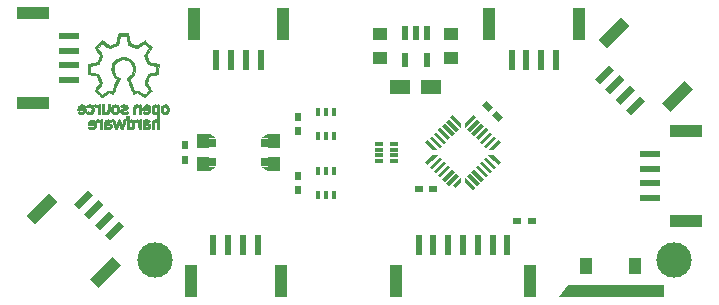
<source format=gbr>
G04 #@! TF.FileFunction,Soldermask,Bot*
%FSLAX46Y46*%
G04 Gerber Fmt 4.6, Leading zero omitted, Abs format (unit mm)*
G04 Created by KiCad (PCBNEW 4.0.5-e0-6337~49~ubuntu14.04.1) date Mon May  1 15:59:53 2017*
%MOMM*%
%LPD*%
G01*
G04 APERTURE LIST*
%ADD10C,0.100000*%
%ADD11C,0.010000*%
%ADD12R,0.600000X1.700000*%
%ADD13R,1.000000X2.700000*%
%ADD14R,1.600000X0.800000*%
%ADD15R,1.000000X1.200000*%
%ADD16R,1.700000X0.600000*%
%ADD17R,2.700000X1.000000*%
%ADD18R,1.200000X1.000000*%
%ADD19R,1.800000X1.250000*%
%ADD20R,0.800000X0.500000*%
%ADD21R,0.300000X0.800000*%
%ADD22R,0.500000X0.800000*%
%ADD23R,0.800000X0.300000*%
%ADD24R,8.000000X1.000000*%
%ADD25R,1.000000X1.400000*%
%ADD26R,0.600000X1.200000*%
%ADD27C,3.000000*%
G04 APERTURE END LIST*
D10*
D11*
G36*
X142825321Y-85946193D02*
X142734787Y-85993900D01*
X142677072Y-86063147D01*
X142655300Y-86138609D01*
X142643238Y-86259844D01*
X142640841Y-86365844D01*
X142641487Y-86475935D01*
X142645908Y-86548619D01*
X142657826Y-86597340D01*
X142680966Y-86635541D01*
X142719050Y-86676666D01*
X142729947Y-86687584D01*
X142790932Y-86742237D01*
X142841413Y-86765686D01*
X142902263Y-86766744D01*
X142914281Y-86765433D01*
X142989858Y-86752772D01*
X143049022Y-86736660D01*
X143054004Y-86734628D01*
X143073675Y-86729939D01*
X143086528Y-86741984D01*
X143093994Y-86778887D01*
X143097502Y-86848769D01*
X143098480Y-86959755D01*
X143098498Y-86987487D01*
X143097846Y-87107668D01*
X143094935Y-87185154D01*
X143088337Y-87228092D01*
X143076623Y-87244632D01*
X143058364Y-87242922D01*
X143054004Y-87241192D01*
X142924911Y-87207349D01*
X142812285Y-87221500D01*
X142715515Y-87283743D01*
X142702237Y-87297333D01*
X142677406Y-87326779D01*
X142660359Y-87358535D01*
X142649638Y-87402277D01*
X142643783Y-87467685D01*
X142641337Y-87564435D01*
X142640841Y-87702206D01*
X142640841Y-88045864D01*
X142723473Y-88037897D01*
X142806106Y-88029930D01*
X142813377Y-87751241D01*
X142820537Y-87602730D01*
X142834718Y-87498220D01*
X142858496Y-87431059D01*
X142894444Y-87394593D01*
X142945138Y-87382166D01*
X142956243Y-87381971D01*
X143007635Y-87386481D01*
X143043788Y-87404354D01*
X143067900Y-87443419D01*
X143083169Y-87511506D01*
X143092796Y-87616447D01*
X143098498Y-87730177D01*
X143111211Y-88029930D01*
X143194019Y-88037910D01*
X143260649Y-88034061D01*
X143289661Y-88012442D01*
X143292309Y-87980417D01*
X143294445Y-87903163D01*
X143296036Y-87786302D01*
X143297048Y-87635453D01*
X143297450Y-87456238D01*
X143297208Y-87254276D01*
X143296288Y-87035188D01*
X143295843Y-86962020D01*
X143292073Y-86385704D01*
X143098897Y-86385704D01*
X143086879Y-86475330D01*
X143062295Y-86539388D01*
X143056420Y-86546897D01*
X142989802Y-86588076D01*
X142915104Y-86582657D01*
X142865315Y-86551314D01*
X142835243Y-86496463D01*
X142819188Y-86411350D01*
X142817357Y-86314653D01*
X142829961Y-86225050D01*
X142857209Y-86161220D01*
X142860898Y-86156807D01*
X142926966Y-86116777D01*
X143002520Y-86117418D01*
X143058544Y-86150264D01*
X143084829Y-86204487D01*
X143098247Y-86289195D01*
X143098897Y-86385704D01*
X143292073Y-86385704D01*
X143289189Y-85945045D01*
X143217732Y-85936851D01*
X143152768Y-85940468D01*
X143111299Y-85957685D01*
X143064552Y-85973406D01*
X143025519Y-85959522D01*
X142927866Y-85933058D01*
X142825321Y-85946193D01*
X142825321Y-85946193D01*
G37*
X142825321Y-85946193D02*
X142734787Y-85993900D01*
X142677072Y-86063147D01*
X142655300Y-86138609D01*
X142643238Y-86259844D01*
X142640841Y-86365844D01*
X142641487Y-86475935D01*
X142645908Y-86548619D01*
X142657826Y-86597340D01*
X142680966Y-86635541D01*
X142719050Y-86676666D01*
X142729947Y-86687584D01*
X142790932Y-86742237D01*
X142841413Y-86765686D01*
X142902263Y-86766744D01*
X142914281Y-86765433D01*
X142989858Y-86752772D01*
X143049022Y-86736660D01*
X143054004Y-86734628D01*
X143073675Y-86729939D01*
X143086528Y-86741984D01*
X143093994Y-86778887D01*
X143097502Y-86848769D01*
X143098480Y-86959755D01*
X143098498Y-86987487D01*
X143097846Y-87107668D01*
X143094935Y-87185154D01*
X143088337Y-87228092D01*
X143076623Y-87244632D01*
X143058364Y-87242922D01*
X143054004Y-87241192D01*
X142924911Y-87207349D01*
X142812285Y-87221500D01*
X142715515Y-87283743D01*
X142702237Y-87297333D01*
X142677406Y-87326779D01*
X142660359Y-87358535D01*
X142649638Y-87402277D01*
X142643783Y-87467685D01*
X142641337Y-87564435D01*
X142640841Y-87702206D01*
X142640841Y-88045864D01*
X142723473Y-88037897D01*
X142806106Y-88029930D01*
X142813377Y-87751241D01*
X142820537Y-87602730D01*
X142834718Y-87498220D01*
X142858496Y-87431059D01*
X142894444Y-87394593D01*
X142945138Y-87382166D01*
X142956243Y-87381971D01*
X143007635Y-87386481D01*
X143043788Y-87404354D01*
X143067900Y-87443419D01*
X143083169Y-87511506D01*
X143092796Y-87616447D01*
X143098498Y-87730177D01*
X143111211Y-88029930D01*
X143194019Y-88037910D01*
X143260649Y-88034061D01*
X143289661Y-88012442D01*
X143292309Y-87980417D01*
X143294445Y-87903163D01*
X143296036Y-87786302D01*
X143297048Y-87635453D01*
X143297450Y-87456238D01*
X143297208Y-87254276D01*
X143296288Y-87035188D01*
X143295843Y-86962020D01*
X143292073Y-86385704D01*
X143098897Y-86385704D01*
X143086879Y-86475330D01*
X143062295Y-86539388D01*
X143056420Y-86546897D01*
X142989802Y-86588076D01*
X142915104Y-86582657D01*
X142865315Y-86551314D01*
X142835243Y-86496463D01*
X142819188Y-86411350D01*
X142817357Y-86314653D01*
X142829961Y-86225050D01*
X142857209Y-86161220D01*
X142860898Y-86156807D01*
X142926966Y-86116777D01*
X143002520Y-86117418D01*
X143058544Y-86150264D01*
X143084829Y-86204487D01*
X143098247Y-86289195D01*
X143098897Y-86385704D01*
X143292073Y-86385704D01*
X143289189Y-85945045D01*
X143217732Y-85936851D01*
X143152768Y-85940468D01*
X143111299Y-85957685D01*
X143064552Y-85973406D01*
X143025519Y-85959522D01*
X142927866Y-85933058D01*
X142825321Y-85946193D01*
G36*
X142125958Y-87209504D02*
X142024030Y-87238760D01*
X141942474Y-87286052D01*
X141894560Y-87348745D01*
X141890466Y-87361724D01*
X141885394Y-87409341D01*
X141882401Y-87495312D01*
X141881728Y-87607172D01*
X141883428Y-87724825D01*
X141886946Y-87853515D01*
X141891352Y-87940067D01*
X141898480Y-87993183D01*
X141910159Y-88021566D01*
X141928224Y-88033920D01*
X141949397Y-88038238D01*
X142008835Y-88034468D01*
X142039239Y-88020623D01*
X142087555Y-88009468D01*
X142107760Y-88018282D01*
X142166709Y-88035744D01*
X142250750Y-88039533D01*
X142336009Y-88029696D01*
X142376719Y-88017724D01*
X142444487Y-87970911D01*
X142502545Y-87898756D01*
X142535986Y-87821676D01*
X142539139Y-87795239D01*
X142532488Y-87766497D01*
X142359606Y-87766497D01*
X142345730Y-87816517D01*
X142330651Y-87834154D01*
X142282227Y-87855714D01*
X142207574Y-87864321D01*
X142130006Y-87858475D01*
X142096274Y-87849232D01*
X142065215Y-87812903D01*
X142056056Y-87760243D01*
X142060228Y-87713321D01*
X142082367Y-87692269D01*
X142136904Y-87686816D01*
X142159429Y-87686687D01*
X142261207Y-87697061D01*
X142329682Y-87725171D01*
X142359606Y-87766497D01*
X142532488Y-87766497D01*
X142517779Y-87702944D01*
X142462751Y-87619315D01*
X142387635Y-87564121D01*
X142377739Y-87560285D01*
X142305845Y-87544332D01*
X142213550Y-87535073D01*
X142177700Y-87534134D01*
X142103474Y-87532468D01*
X142067759Y-87522555D01*
X142058227Y-87497025D01*
X142060724Y-87464214D01*
X142071416Y-87419753D01*
X142099951Y-87397559D01*
X142161344Y-87387726D01*
X142178706Y-87386384D01*
X142254871Y-87387831D01*
X142312517Y-87401012D01*
X142323686Y-87407557D01*
X142360727Y-87421154D01*
X142409802Y-87399109D01*
X142422710Y-87390042D01*
X142472885Y-87348133D01*
X142481001Y-87315660D01*
X142446892Y-87277035D01*
X142421296Y-87256300D01*
X142337859Y-87215639D01*
X142234990Y-87200918D01*
X142125958Y-87209504D01*
X142125958Y-87209504D01*
G37*
X142125958Y-87209504D02*
X142024030Y-87238760D01*
X141942474Y-87286052D01*
X141894560Y-87348745D01*
X141890466Y-87361724D01*
X141885394Y-87409341D01*
X141882401Y-87495312D01*
X141881728Y-87607172D01*
X141883428Y-87724825D01*
X141886946Y-87853515D01*
X141891352Y-87940067D01*
X141898480Y-87993183D01*
X141910159Y-88021566D01*
X141928224Y-88033920D01*
X141949397Y-88038238D01*
X142008835Y-88034468D01*
X142039239Y-88020623D01*
X142087555Y-88009468D01*
X142107760Y-88018282D01*
X142166709Y-88035744D01*
X142250750Y-88039533D01*
X142336009Y-88029696D01*
X142376719Y-88017724D01*
X142444487Y-87970911D01*
X142502545Y-87898756D01*
X142535986Y-87821676D01*
X142539139Y-87795239D01*
X142532488Y-87766497D01*
X142359606Y-87766497D01*
X142345730Y-87816517D01*
X142330651Y-87834154D01*
X142282227Y-87855714D01*
X142207574Y-87864321D01*
X142130006Y-87858475D01*
X142096274Y-87849232D01*
X142065215Y-87812903D01*
X142056056Y-87760243D01*
X142060228Y-87713321D01*
X142082367Y-87692269D01*
X142136904Y-87686816D01*
X142159429Y-87686687D01*
X142261207Y-87697061D01*
X142329682Y-87725171D01*
X142359606Y-87766497D01*
X142532488Y-87766497D01*
X142517779Y-87702944D01*
X142462751Y-87619315D01*
X142387635Y-87564121D01*
X142377739Y-87560285D01*
X142305845Y-87544332D01*
X142213550Y-87535073D01*
X142177700Y-87534134D01*
X142103474Y-87532468D01*
X142067759Y-87522555D01*
X142058227Y-87497025D01*
X142060724Y-87464214D01*
X142071416Y-87419753D01*
X142099951Y-87397559D01*
X142161344Y-87387726D01*
X142178706Y-87386384D01*
X142254871Y-87387831D01*
X142312517Y-87401012D01*
X142323686Y-87407557D01*
X142360727Y-87421154D01*
X142409802Y-87399109D01*
X142422710Y-87390042D01*
X142472885Y-87348133D01*
X142481001Y-87315660D01*
X142446892Y-87277035D01*
X142421296Y-87256300D01*
X142337859Y-87215639D01*
X142234990Y-87200918D01*
X142125958Y-87209504D01*
G36*
X141552149Y-87211241D02*
X141517985Y-87229907D01*
X141516669Y-87232675D01*
X141496814Y-87249031D01*
X141452658Y-87232675D01*
X141366132Y-87206994D01*
X141273741Y-87210059D01*
X141205801Y-87237503D01*
X141175916Y-87264307D01*
X141176186Y-87292515D01*
X141203766Y-87339054D01*
X141241800Y-87384111D01*
X141287826Y-87397833D01*
X141340613Y-87393256D01*
X141406100Y-87387107D01*
X141452332Y-87395628D01*
X141483157Y-87425962D01*
X141502421Y-87485248D01*
X141513971Y-87580628D01*
X141521654Y-87719242D01*
X141522122Y-87730177D01*
X141534835Y-88029930D01*
X141617467Y-88037897D01*
X141700100Y-88045864D01*
X141700100Y-87203603D01*
X141613230Y-87203603D01*
X141552149Y-87211241D01*
X141552149Y-87211241D01*
G37*
X141552149Y-87211241D02*
X141517985Y-87229907D01*
X141516669Y-87232675D01*
X141496814Y-87249031D01*
X141452658Y-87232675D01*
X141366132Y-87206994D01*
X141273741Y-87210059D01*
X141205801Y-87237503D01*
X141175916Y-87264307D01*
X141176186Y-87292515D01*
X141203766Y-87339054D01*
X141241800Y-87384111D01*
X141287826Y-87397833D01*
X141340613Y-87393256D01*
X141406100Y-87387107D01*
X141452332Y-87395628D01*
X141483157Y-87425962D01*
X141502421Y-87485248D01*
X141513971Y-87580628D01*
X141521654Y-87719242D01*
X141522122Y-87730177D01*
X141534835Y-88029930D01*
X141617467Y-88037897D01*
X141700100Y-88045864D01*
X141700100Y-87203603D01*
X141613230Y-87203603D01*
X141552149Y-87211241D01*
G36*
X140510984Y-87451501D02*
X140517818Y-88029930D01*
X140600450Y-88037897D01*
X140660961Y-88036461D01*
X140682629Y-88014024D01*
X140683083Y-88007623D01*
X140688802Y-87983985D01*
X140714948Y-87987381D01*
X140753003Y-88005856D01*
X140868751Y-88038814D01*
X140989444Y-88023008D01*
X141007097Y-88016484D01*
X141058335Y-87979956D01*
X141109677Y-87920223D01*
X141116352Y-87910038D01*
X141141577Y-87862216D01*
X141156365Y-87809065D01*
X141162616Y-87736933D01*
X141162231Y-87632167D01*
X141162135Y-87628780D01*
X140988188Y-87628780D01*
X140973686Y-87739833D01*
X140934144Y-87818626D01*
X140875508Y-87860181D01*
X140803723Y-87859517D01*
X140747558Y-87830337D01*
X140713434Y-87782558D01*
X140694212Y-87695921D01*
X140690772Y-87658715D01*
X140693281Y-87531136D01*
X140722996Y-87444800D01*
X140781165Y-87397224D01*
X140827417Y-87386509D01*
X140905115Y-87398333D01*
X140957026Y-87452268D01*
X140983848Y-87549367D01*
X140988188Y-87628780D01*
X141162135Y-87628780D01*
X141161008Y-87589225D01*
X141156693Y-87477463D01*
X141149879Y-87403799D01*
X141136861Y-87355494D01*
X141113932Y-87319809D01*
X141077388Y-87284006D01*
X141070420Y-87277763D01*
X140974434Y-87220339D01*
X140868643Y-87202591D01*
X140768594Y-87226143D01*
X140739591Y-87243183D01*
X140683083Y-87282763D01*
X140683083Y-86873073D01*
X140504150Y-86873073D01*
X140510984Y-87451501D01*
X140510984Y-87451501D01*
G37*
X140510984Y-87451501D02*
X140517818Y-88029930D01*
X140600450Y-88037897D01*
X140660961Y-88036461D01*
X140682629Y-88014024D01*
X140683083Y-88007623D01*
X140688802Y-87983985D01*
X140714948Y-87987381D01*
X140753003Y-88005856D01*
X140868751Y-88038814D01*
X140989444Y-88023008D01*
X141007097Y-88016484D01*
X141058335Y-87979956D01*
X141109677Y-87920223D01*
X141116352Y-87910038D01*
X141141577Y-87862216D01*
X141156365Y-87809065D01*
X141162616Y-87736933D01*
X141162231Y-87632167D01*
X141162135Y-87628780D01*
X140988188Y-87628780D01*
X140973686Y-87739833D01*
X140934144Y-87818626D01*
X140875508Y-87860181D01*
X140803723Y-87859517D01*
X140747558Y-87830337D01*
X140713434Y-87782558D01*
X140694212Y-87695921D01*
X140690772Y-87658715D01*
X140693281Y-87531136D01*
X140722996Y-87444800D01*
X140781165Y-87397224D01*
X140827417Y-87386509D01*
X140905115Y-87398333D01*
X140957026Y-87452268D01*
X140983848Y-87549367D01*
X140988188Y-87628780D01*
X141162135Y-87628780D01*
X141161008Y-87589225D01*
X141156693Y-87477463D01*
X141149879Y-87403799D01*
X141136861Y-87355494D01*
X141113932Y-87319809D01*
X141077388Y-87284006D01*
X141070420Y-87277763D01*
X140974434Y-87220339D01*
X140868643Y-87202591D01*
X140768594Y-87226143D01*
X140739591Y-87243183D01*
X140683083Y-87282763D01*
X140683083Y-86873073D01*
X140504150Y-86873073D01*
X140510984Y-87451501D01*
G36*
X140304324Y-87205668D02*
X140275427Y-87216661D01*
X140251353Y-87243778D01*
X140228502Y-87294216D01*
X140203274Y-87375173D01*
X140172068Y-87493844D01*
X140147687Y-87591341D01*
X140127403Y-87660980D01*
X140109006Y-87704399D01*
X140101636Y-87711666D01*
X140087881Y-87688807D01*
X140063495Y-87627468D01*
X140032335Y-87537915D01*
X140008505Y-87463768D01*
X139972301Y-87351043D01*
X139944815Y-87278197D01*
X139920935Y-87236174D01*
X139895552Y-87215918D01*
X139864450Y-87208478D01*
X139833754Y-87207672D01*
X139809896Y-87219184D01*
X139787803Y-87251341D01*
X139762402Y-87312465D01*
X139728622Y-87410882D01*
X139713940Y-87455495D01*
X139678601Y-87558433D01*
X139647901Y-87638894D01*
X139625613Y-87687522D01*
X139616453Y-87697302D01*
X139604150Y-87668575D01*
X139582573Y-87602140D01*
X139555327Y-87509482D01*
X139538900Y-87450285D01*
X139475297Y-87216316D01*
X139377748Y-87208291D01*
X139315429Y-87205635D01*
X139291725Y-87216759D01*
X139294787Y-87249185D01*
X139297643Y-87259142D01*
X139345506Y-87417775D01*
X139393864Y-87572904D01*
X139440044Y-87716442D01*
X139481367Y-87840302D01*
X139515158Y-87936397D01*
X139538741Y-87996640D01*
X139546826Y-88012146D01*
X139589913Y-88034855D01*
X139636040Y-88037572D01*
X139665619Y-88029624D01*
X139689675Y-88008088D01*
X139712782Y-87964166D01*
X139739513Y-87889059D01*
X139774442Y-87773968D01*
X139776233Y-87767867D01*
X139810603Y-87658763D01*
X139840029Y-87580793D01*
X139861757Y-87540587D01*
X139871259Y-87539038D01*
X139886201Y-87577969D01*
X139909828Y-87651976D01*
X139937716Y-87747004D01*
X139945744Y-87775676D01*
X139980590Y-87894608D01*
X140009838Y-87972325D01*
X140038841Y-88017273D01*
X140072949Y-88037894D01*
X140114922Y-88042642D01*
X140166399Y-88030981D01*
X140187495Y-88010861D01*
X140205925Y-87955917D01*
X140233684Y-87869281D01*
X140267672Y-87761058D01*
X140304789Y-87641349D01*
X140341934Y-87520258D01*
X140376008Y-87407888D01*
X140403911Y-87314342D01*
X140422541Y-87249723D01*
X140428829Y-87224399D01*
X140406496Y-87210537D01*
X140351728Y-87203743D01*
X140341644Y-87203603D01*
X140304324Y-87205668D01*
X140304324Y-87205668D01*
G37*
X140304324Y-87205668D02*
X140275427Y-87216661D01*
X140251353Y-87243778D01*
X140228502Y-87294216D01*
X140203274Y-87375173D01*
X140172068Y-87493844D01*
X140147687Y-87591341D01*
X140127403Y-87660980D01*
X140109006Y-87704399D01*
X140101636Y-87711666D01*
X140087881Y-87688807D01*
X140063495Y-87627468D01*
X140032335Y-87537915D01*
X140008505Y-87463768D01*
X139972301Y-87351043D01*
X139944815Y-87278197D01*
X139920935Y-87236174D01*
X139895552Y-87215918D01*
X139864450Y-87208478D01*
X139833754Y-87207672D01*
X139809896Y-87219184D01*
X139787803Y-87251341D01*
X139762402Y-87312465D01*
X139728622Y-87410882D01*
X139713940Y-87455495D01*
X139678601Y-87558433D01*
X139647901Y-87638894D01*
X139625613Y-87687522D01*
X139616453Y-87697302D01*
X139604150Y-87668575D01*
X139582573Y-87602140D01*
X139555327Y-87509482D01*
X139538900Y-87450285D01*
X139475297Y-87216316D01*
X139377748Y-87208291D01*
X139315429Y-87205635D01*
X139291725Y-87216759D01*
X139294787Y-87249185D01*
X139297643Y-87259142D01*
X139345506Y-87417775D01*
X139393864Y-87572904D01*
X139440044Y-87716442D01*
X139481367Y-87840302D01*
X139515158Y-87936397D01*
X139538741Y-87996640D01*
X139546826Y-88012146D01*
X139589913Y-88034855D01*
X139636040Y-88037572D01*
X139665619Y-88029624D01*
X139689675Y-88008088D01*
X139712782Y-87964166D01*
X139739513Y-87889059D01*
X139774442Y-87773968D01*
X139776233Y-87767867D01*
X139810603Y-87658763D01*
X139840029Y-87580793D01*
X139861757Y-87540587D01*
X139871259Y-87539038D01*
X139886201Y-87577969D01*
X139909828Y-87651976D01*
X139937716Y-87747004D01*
X139945744Y-87775676D01*
X139980590Y-87894608D01*
X140009838Y-87972325D01*
X140038841Y-88017273D01*
X140072949Y-88037894D01*
X140114922Y-88042642D01*
X140166399Y-88030981D01*
X140187495Y-88010861D01*
X140205925Y-87955917D01*
X140233684Y-87869281D01*
X140267672Y-87761058D01*
X140304789Y-87641349D01*
X140341934Y-87520258D01*
X140376008Y-87407888D01*
X140403911Y-87314342D01*
X140422541Y-87249723D01*
X140428829Y-87224399D01*
X140406496Y-87210537D01*
X140351728Y-87203743D01*
X140341644Y-87203603D01*
X140304324Y-87205668D01*
G36*
X138858860Y-87213632D02*
X138767027Y-87238614D01*
X138710934Y-87269970D01*
X138671176Y-87314974D01*
X138645521Y-87381508D01*
X138631738Y-87477457D01*
X138627596Y-87610704D01*
X138629126Y-87725795D01*
X138632586Y-87854246D01*
X138636962Y-87940572D01*
X138644091Y-87993492D01*
X138655809Y-88021723D01*
X138673953Y-88033983D01*
X138694943Y-88038238D01*
X138753995Y-88035157D01*
X138783932Y-88022311D01*
X138830520Y-88011128D01*
X138865165Y-88018572D01*
X138960434Y-88037534D01*
X139068965Y-88031553D01*
X139132132Y-88014478D01*
X139215807Y-87956765D01*
X139268786Y-87869797D01*
X139282552Y-87788208D01*
X139105771Y-87788208D01*
X139091541Y-87834621D01*
X139074925Y-87847826D01*
X139011560Y-87860770D01*
X138934124Y-87861150D01*
X138865474Y-87850254D01*
X138832112Y-87834154D01*
X138807481Y-87785450D01*
X138801602Y-87745165D01*
X138807330Y-87708713D01*
X138833552Y-87691608D01*
X138893823Y-87686796D01*
X138913937Y-87686687D01*
X138992623Y-87690060D01*
X139053923Y-87698502D01*
X139066489Y-87702119D01*
X139096935Y-87735656D01*
X139105771Y-87788208D01*
X139282552Y-87788208D01*
X139285914Y-87768289D01*
X139262035Y-87666958D01*
X139257213Y-87657437D01*
X139201073Y-87601094D01*
X139107286Y-87559362D01*
X138988055Y-87536810D01*
X138927857Y-87534134D01*
X138851869Y-87532612D01*
X138814577Y-87523388D01*
X138803826Y-87499473D01*
X138806269Y-87464214D01*
X138815725Y-87421926D01*
X138840795Y-87399825D01*
X138895564Y-87389630D01*
X138938632Y-87386400D01*
X139016306Y-87386605D01*
X139073323Y-87396041D01*
X139088255Y-87403810D01*
X139125183Y-87410199D01*
X139174819Y-87389220D01*
X139217531Y-87352747D01*
X139233834Y-87315747D01*
X139210735Y-87271674D01*
X139149538Y-87237418D01*
X139062394Y-87214988D01*
X138961451Y-87206390D01*
X138858860Y-87213632D01*
X138858860Y-87213632D01*
G37*
X138858860Y-87213632D02*
X138767027Y-87238614D01*
X138710934Y-87269970D01*
X138671176Y-87314974D01*
X138645521Y-87381508D01*
X138631738Y-87477457D01*
X138627596Y-87610704D01*
X138629126Y-87725795D01*
X138632586Y-87854246D01*
X138636962Y-87940572D01*
X138644091Y-87993492D01*
X138655809Y-88021723D01*
X138673953Y-88033983D01*
X138694943Y-88038238D01*
X138753995Y-88035157D01*
X138783932Y-88022311D01*
X138830520Y-88011128D01*
X138865165Y-88018572D01*
X138960434Y-88037534D01*
X139068965Y-88031553D01*
X139132132Y-88014478D01*
X139215807Y-87956765D01*
X139268786Y-87869797D01*
X139282552Y-87788208D01*
X139105771Y-87788208D01*
X139091541Y-87834621D01*
X139074925Y-87847826D01*
X139011560Y-87860770D01*
X138934124Y-87861150D01*
X138865474Y-87850254D01*
X138832112Y-87834154D01*
X138807481Y-87785450D01*
X138801602Y-87745165D01*
X138807330Y-87708713D01*
X138833552Y-87691608D01*
X138893823Y-87686796D01*
X138913937Y-87686687D01*
X138992623Y-87690060D01*
X139053923Y-87698502D01*
X139066489Y-87702119D01*
X139096935Y-87735656D01*
X139105771Y-87788208D01*
X139282552Y-87788208D01*
X139285914Y-87768289D01*
X139262035Y-87666958D01*
X139257213Y-87657437D01*
X139201073Y-87601094D01*
X139107286Y-87559362D01*
X138988055Y-87536810D01*
X138927857Y-87534134D01*
X138851869Y-87532612D01*
X138814577Y-87523388D01*
X138803826Y-87499473D01*
X138806269Y-87464214D01*
X138815725Y-87421926D01*
X138840795Y-87399825D01*
X138895564Y-87389630D01*
X138938632Y-87386400D01*
X139016306Y-87386605D01*
X139073323Y-87396041D01*
X139088255Y-87403810D01*
X139125183Y-87410199D01*
X139174819Y-87389220D01*
X139217531Y-87352747D01*
X139233834Y-87315747D01*
X139210735Y-87271674D01*
X139149538Y-87237418D01*
X139062394Y-87214988D01*
X138961451Y-87206390D01*
X138858860Y-87213632D01*
G36*
X138315041Y-87212515D02*
X138293094Y-87239981D01*
X138293093Y-87240234D01*
X138287046Y-87262615D01*
X138260011Y-87258336D01*
X138223173Y-87240390D01*
X138125513Y-87209105D01*
X138026485Y-87209197D01*
X137948353Y-87239693D01*
X137917255Y-87266287D01*
X137917436Y-87290666D01*
X137950776Y-87330876D01*
X137958749Y-87339383D01*
X138016692Y-87384747D01*
X138081615Y-87392665D01*
X138098589Y-87390469D01*
X138183567Y-87394544D01*
X138229530Y-87415807D01*
X138251848Y-87437825D01*
X138267174Y-87471053D01*
X138277243Y-87525188D01*
X138283786Y-87609930D01*
X138288537Y-87734975D01*
X138288925Y-87748151D01*
X138297469Y-88042642D01*
X138367320Y-88042642D01*
X138424736Y-88037032D01*
X138454121Y-88025692D01*
X138459897Y-87995697D01*
X138464829Y-87923894D01*
X138468549Y-87819324D01*
X138470693Y-87691028D01*
X138471071Y-87606173D01*
X138471071Y-87203603D01*
X138382082Y-87203603D01*
X138315041Y-87212515D01*
X138315041Y-87212515D01*
G37*
X138315041Y-87212515D02*
X138293094Y-87239981D01*
X138293093Y-87240234D01*
X138287046Y-87262615D01*
X138260011Y-87258336D01*
X138223173Y-87240390D01*
X138125513Y-87209105D01*
X138026485Y-87209197D01*
X137948353Y-87239693D01*
X137917255Y-87266287D01*
X137917436Y-87290666D01*
X137950776Y-87330876D01*
X137958749Y-87339383D01*
X138016692Y-87384747D01*
X138081615Y-87392665D01*
X138098589Y-87390469D01*
X138183567Y-87394544D01*
X138229530Y-87415807D01*
X138251848Y-87437825D01*
X138267174Y-87471053D01*
X138277243Y-87525188D01*
X138283786Y-87609930D01*
X138288537Y-87734975D01*
X138288925Y-87748151D01*
X138297469Y-88042642D01*
X138367320Y-88042642D01*
X138424736Y-88037032D01*
X138454121Y-88025692D01*
X138459897Y-87995697D01*
X138464829Y-87923894D01*
X138468549Y-87819324D01*
X138470693Y-87691028D01*
X138471071Y-87606173D01*
X138471071Y-87203603D01*
X138382082Y-87203603D01*
X138315041Y-87212515D01*
G36*
X137421104Y-87245022D02*
X137326099Y-87318909D01*
X137263589Y-87429238D01*
X137242188Y-87519179D01*
X137235073Y-87595238D01*
X137235945Y-87650203D01*
X137239564Y-87663892D01*
X137269544Y-87673773D01*
X137338405Y-87681495D01*
X137434190Y-87685984D01*
X137493693Y-87686687D01*
X137619625Y-87689616D01*
X137698775Y-87700116D01*
X137734964Y-87720756D01*
X137732013Y-87754102D01*
X137693745Y-87802723D01*
X137682883Y-87813814D01*
X137607889Y-87856013D01*
X137518144Y-87859937D01*
X137437069Y-87827034D01*
X137395542Y-87804741D01*
X137358836Y-87812056D01*
X137316041Y-87842345D01*
X137272743Y-87882632D01*
X137267398Y-87912946D01*
X137281475Y-87934765D01*
X137363360Y-87997104D01*
X137473048Y-88031663D01*
X137594353Y-88036176D01*
X137711091Y-88008376D01*
X137733734Y-87998108D01*
X137826791Y-87924228D01*
X137885980Y-87812956D01*
X137910851Y-87665231D01*
X137911672Y-87628663D01*
X137895961Y-87474099D01*
X137730648Y-87474099D01*
X137729197Y-87508249D01*
X137681337Y-87527721D01*
X137585522Y-87534127D01*
X137581181Y-87534134D01*
X137491364Y-87530914D01*
X137443408Y-87519877D01*
X137428651Y-87498963D01*
X137428629Y-87497812D01*
X137450216Y-87438418D01*
X137504555Y-87399145D01*
X137576011Y-87384475D01*
X137648948Y-87398893D01*
X137687237Y-87423660D01*
X137730648Y-87474099D01*
X137895961Y-87474099D01*
X137895322Y-87467818D01*
X137846993Y-87344535D01*
X137767913Y-87260209D01*
X137659307Y-87216233D01*
X137544620Y-87211628D01*
X137421104Y-87245022D01*
X137421104Y-87245022D01*
G37*
X137421104Y-87245022D02*
X137326099Y-87318909D01*
X137263589Y-87429238D01*
X137242188Y-87519179D01*
X137235073Y-87595238D01*
X137235945Y-87650203D01*
X137239564Y-87663892D01*
X137269544Y-87673773D01*
X137338405Y-87681495D01*
X137434190Y-87685984D01*
X137493693Y-87686687D01*
X137619625Y-87689616D01*
X137698775Y-87700116D01*
X137734964Y-87720756D01*
X137732013Y-87754102D01*
X137693745Y-87802723D01*
X137682883Y-87813814D01*
X137607889Y-87856013D01*
X137518144Y-87859937D01*
X137437069Y-87827034D01*
X137395542Y-87804741D01*
X137358836Y-87812056D01*
X137316041Y-87842345D01*
X137272743Y-87882632D01*
X137267398Y-87912946D01*
X137281475Y-87934765D01*
X137363360Y-87997104D01*
X137473048Y-88031663D01*
X137594353Y-88036176D01*
X137711091Y-88008376D01*
X137733734Y-87998108D01*
X137826791Y-87924228D01*
X137885980Y-87812956D01*
X137910851Y-87665231D01*
X137911672Y-87628663D01*
X137895961Y-87474099D01*
X137730648Y-87474099D01*
X137729197Y-87508249D01*
X137681337Y-87527721D01*
X137585522Y-87534127D01*
X137581181Y-87534134D01*
X137491364Y-87530914D01*
X137443408Y-87519877D01*
X137428651Y-87498963D01*
X137428629Y-87497812D01*
X137450216Y-87438418D01*
X137504555Y-87399145D01*
X137576011Y-87384475D01*
X137648948Y-87398893D01*
X137687237Y-87423660D01*
X137730648Y-87474099D01*
X137895961Y-87474099D01*
X137895322Y-87467818D01*
X137846993Y-87344535D01*
X137767913Y-87260209D01*
X137659307Y-87216233D01*
X137544620Y-87211628D01*
X137421104Y-87245022D01*
G36*
X143674394Y-85940692D02*
X143568447Y-85979936D01*
X143481935Y-86055037D01*
X143467688Y-86074945D01*
X143427938Y-86171255D01*
X143409096Y-86294686D01*
X143411943Y-86425660D01*
X143437257Y-86544601D01*
X143447894Y-86571771D01*
X143519410Y-86677943D01*
X143617719Y-86744732D01*
X143734217Y-86769265D01*
X143860299Y-86748667D01*
X143912112Y-86726837D01*
X143990170Y-86667876D01*
X144045556Y-86593393D01*
X144076648Y-86492622D01*
X144088965Y-86366701D01*
X144086670Y-86323399D01*
X143909635Y-86323399D01*
X143906736Y-86370831D01*
X143885382Y-86488836D01*
X143843067Y-86564104D01*
X143782306Y-86594730D01*
X143705613Y-86578806D01*
X143664530Y-86554524D01*
X143616060Y-86492792D01*
X143590404Y-86402919D01*
X143588234Y-86302542D01*
X143610223Y-86209297D01*
X143649039Y-86148187D01*
X143715201Y-86114303D01*
X143793157Y-86120275D01*
X143864111Y-86164011D01*
X143894488Y-86202605D01*
X143908511Y-86250149D01*
X143909635Y-86323399D01*
X144086670Y-86323399D01*
X144082135Y-86237888D01*
X144055781Y-86128441D01*
X144053482Y-86122763D01*
X143989319Y-86028339D01*
X143896781Y-85965869D01*
X143787822Y-85936328D01*
X143674394Y-85940692D01*
X143674394Y-85940692D01*
G37*
X143674394Y-85940692D02*
X143568447Y-85979936D01*
X143481935Y-86055037D01*
X143467688Y-86074945D01*
X143427938Y-86171255D01*
X143409096Y-86294686D01*
X143411943Y-86425660D01*
X143437257Y-86544601D01*
X143447894Y-86571771D01*
X143519410Y-86677943D01*
X143617719Y-86744732D01*
X143734217Y-86769265D01*
X143860299Y-86748667D01*
X143912112Y-86726837D01*
X143990170Y-86667876D01*
X144045556Y-86593393D01*
X144076648Y-86492622D01*
X144088965Y-86366701D01*
X144086670Y-86323399D01*
X143909635Y-86323399D01*
X143906736Y-86370831D01*
X143885382Y-86488836D01*
X143843067Y-86564104D01*
X143782306Y-86594730D01*
X143705613Y-86578806D01*
X143664530Y-86554524D01*
X143616060Y-86492792D01*
X143590404Y-86402919D01*
X143588234Y-86302542D01*
X143610223Y-86209297D01*
X143649039Y-86148187D01*
X143715201Y-86114303D01*
X143793157Y-86120275D01*
X143864111Y-86164011D01*
X143894488Y-86202605D01*
X143908511Y-86250149D01*
X143909635Y-86323399D01*
X144086670Y-86323399D01*
X144082135Y-86237888D01*
X144055781Y-86128441D01*
X144053482Y-86122763D01*
X143989319Y-86028339D01*
X143896781Y-85965869D01*
X143787822Y-85936328D01*
X143674394Y-85940692D01*
G36*
X142076602Y-85958442D02*
X142037604Y-85974898D01*
X141954751Y-86040070D01*
X141892218Y-86140203D01*
X141857636Y-86261017D01*
X141853211Y-86320070D01*
X141852653Y-86415415D01*
X142106907Y-86415415D01*
X142236735Y-86418050D01*
X142319896Y-86427615D01*
X142360379Y-86446606D01*
X142362173Y-86477514D01*
X142329268Y-86522833D01*
X142310310Y-86542542D01*
X142236412Y-86583734D01*
X142144745Y-86590060D01*
X142055448Y-86560549D01*
X142046893Y-86555243D01*
X142002951Y-86532446D01*
X141969506Y-86541455D01*
X141932978Y-86576370D01*
X141896779Y-86619307D01*
X141894658Y-86646612D01*
X141922225Y-86676315D01*
X142029840Y-86741460D01*
X142157065Y-86767997D01*
X142288391Y-86754093D01*
X142358208Y-86727830D01*
X142440386Y-86660779D01*
X142499038Y-86559221D01*
X142531614Y-86434972D01*
X142535563Y-86299848D01*
X142524047Y-86243095D01*
X142361161Y-86243095D01*
X142338061Y-86253521D01*
X142278019Y-86260684D01*
X142208609Y-86262863D01*
X142122678Y-86260698D01*
X142076251Y-86251954D01*
X142058080Y-86233257D01*
X142056056Y-86217097D01*
X142077055Y-86157628D01*
X142129722Y-86120103D01*
X142198560Y-86107458D01*
X142268074Y-86122626D01*
X142321581Y-86166818D01*
X142351060Y-86215517D01*
X142361161Y-86243095D01*
X142524047Y-86243095D01*
X142508335Y-86165664D01*
X142489728Y-86118353D01*
X142418584Y-86015588D01*
X142321023Y-85953097D01*
X142204533Y-85933257D01*
X142076602Y-85958442D01*
X142076602Y-85958442D01*
G37*
X142076602Y-85958442D02*
X142037604Y-85974898D01*
X141954751Y-86040070D01*
X141892218Y-86140203D01*
X141857636Y-86261017D01*
X141853211Y-86320070D01*
X141852653Y-86415415D01*
X142106907Y-86415415D01*
X142236735Y-86418050D01*
X142319896Y-86427615D01*
X142360379Y-86446606D01*
X142362173Y-86477514D01*
X142329268Y-86522833D01*
X142310310Y-86542542D01*
X142236412Y-86583734D01*
X142144745Y-86590060D01*
X142055448Y-86560549D01*
X142046893Y-86555243D01*
X142002951Y-86532446D01*
X141969506Y-86541455D01*
X141932978Y-86576370D01*
X141896779Y-86619307D01*
X141894658Y-86646612D01*
X141922225Y-86676315D01*
X142029840Y-86741460D01*
X142157065Y-86767997D01*
X142288391Y-86754093D01*
X142358208Y-86727830D01*
X142440386Y-86660779D01*
X142499038Y-86559221D01*
X142531614Y-86434972D01*
X142535563Y-86299848D01*
X142524047Y-86243095D01*
X142361161Y-86243095D01*
X142338061Y-86253521D01*
X142278019Y-86260684D01*
X142208609Y-86262863D01*
X142122678Y-86260698D01*
X142076251Y-86251954D01*
X142058080Y-86233257D01*
X142056056Y-86217097D01*
X142077055Y-86157628D01*
X142129722Y-86120103D01*
X142198560Y-86107458D01*
X142268074Y-86122626D01*
X142321581Y-86166818D01*
X142351060Y-86215517D01*
X142361161Y-86243095D01*
X142524047Y-86243095D01*
X142508335Y-86165664D01*
X142489728Y-86118353D01*
X142418584Y-86015588D01*
X142321023Y-85953097D01*
X142204533Y-85933257D01*
X142076602Y-85958442D01*
G36*
X141267998Y-85948734D02*
X141171843Y-86005172D01*
X141134950Y-86043366D01*
X141116491Y-86074030D01*
X141103846Y-86118493D01*
X141095984Y-86185872D01*
X141091872Y-86285280D01*
X141090476Y-86425834D01*
X141090455Y-86436095D01*
X141089890Y-86774593D01*
X141172523Y-86766626D01*
X141255155Y-86758659D01*
X141262426Y-86479970D01*
X141269586Y-86331459D01*
X141283767Y-86226949D01*
X141307545Y-86159788D01*
X141343493Y-86123321D01*
X141394187Y-86110895D01*
X141405292Y-86110699D01*
X141456685Y-86115210D01*
X141492837Y-86133082D01*
X141516949Y-86172147D01*
X141532219Y-86240235D01*
X141541845Y-86345176D01*
X141547548Y-86458906D01*
X141560260Y-86758659D01*
X141643068Y-86766639D01*
X141711034Y-86762419D01*
X141739123Y-86740096D01*
X141743329Y-86703525D01*
X141746022Y-86626014D01*
X141747054Y-86517459D01*
X141746279Y-86387752D01*
X141745304Y-86325309D01*
X141738238Y-85945045D01*
X141666781Y-85936851D01*
X141601817Y-85940468D01*
X141560348Y-85957685D01*
X141513601Y-85973406D01*
X141474568Y-85959522D01*
X141373683Y-85932339D01*
X141267998Y-85948734D01*
X141267998Y-85948734D01*
G37*
X141267998Y-85948734D02*
X141171843Y-86005172D01*
X141134950Y-86043366D01*
X141116491Y-86074030D01*
X141103846Y-86118493D01*
X141095984Y-86185872D01*
X141091872Y-86285280D01*
X141090476Y-86425834D01*
X141090455Y-86436095D01*
X141089890Y-86774593D01*
X141172523Y-86766626D01*
X141255155Y-86758659D01*
X141262426Y-86479970D01*
X141269586Y-86331459D01*
X141283767Y-86226949D01*
X141307545Y-86159788D01*
X141343493Y-86123321D01*
X141394187Y-86110895D01*
X141405292Y-86110699D01*
X141456685Y-86115210D01*
X141492837Y-86133082D01*
X141516949Y-86172147D01*
X141532219Y-86240235D01*
X141541845Y-86345176D01*
X141547548Y-86458906D01*
X141560260Y-86758659D01*
X141643068Y-86766639D01*
X141711034Y-86762419D01*
X141739123Y-86740096D01*
X141743329Y-86703525D01*
X141746022Y-86626014D01*
X141747054Y-86517459D01*
X141746279Y-86387752D01*
X141745304Y-86325309D01*
X141738238Y-85945045D01*
X141666781Y-85936851D01*
X141601817Y-85940468D01*
X141560348Y-85957685D01*
X141513601Y-85973406D01*
X141474568Y-85959522D01*
X141373683Y-85932339D01*
X141267998Y-85948734D01*
G36*
X140129433Y-85959716D02*
X140071284Y-85983993D01*
X139970020Y-86035655D01*
X140015090Y-86098509D01*
X140062714Y-86143682D01*
X140111011Y-86145278D01*
X140166864Y-86133049D01*
X140247787Y-86121146D01*
X140282493Y-86117308D01*
X140359524Y-86113441D01*
X140400911Y-86123660D01*
X140420107Y-86149681D01*
X140416685Y-86199257D01*
X140371468Y-86237876D01*
X140293237Y-86259870D01*
X140244729Y-86262863D01*
X140122471Y-86281678D01*
X140030601Y-86333642D01*
X139974289Y-86412031D01*
X139958708Y-86510119D01*
X139981717Y-86604841D01*
X140042705Y-86688659D01*
X140138438Y-86744324D01*
X140259668Y-86769191D01*
X140397150Y-86760616D01*
X140466967Y-86743612D01*
X140545938Y-86709389D01*
X140606479Y-86671329D01*
X140669715Y-86622218D01*
X140610238Y-86558908D01*
X140550762Y-86495598D01*
X140470726Y-86544400D01*
X140387384Y-86580340D01*
X140301860Y-86593765D01*
X140226121Y-86586246D01*
X140172132Y-86559360D01*
X140151857Y-86514678D01*
X140153107Y-86502632D01*
X140173645Y-86471693D01*
X140227599Y-86447204D01*
X140314517Y-86426711D01*
X140424684Y-86403586D01*
X140495986Y-86381659D01*
X140539899Y-86354931D01*
X140567897Y-86317402D01*
X140581963Y-86286885D01*
X140603055Y-86180719D01*
X140582310Y-86080748D01*
X140523636Y-86001056D01*
X140497369Y-85982065D01*
X140388242Y-85941851D01*
X140259278Y-85934430D01*
X140129433Y-85959716D01*
X140129433Y-85959716D01*
G37*
X140129433Y-85959716D02*
X140071284Y-85983993D01*
X139970020Y-86035655D01*
X140015090Y-86098509D01*
X140062714Y-86143682D01*
X140111011Y-86145278D01*
X140166864Y-86133049D01*
X140247787Y-86121146D01*
X140282493Y-86117308D01*
X140359524Y-86113441D01*
X140400911Y-86123660D01*
X140420107Y-86149681D01*
X140416685Y-86199257D01*
X140371468Y-86237876D01*
X140293237Y-86259870D01*
X140244729Y-86262863D01*
X140122471Y-86281678D01*
X140030601Y-86333642D01*
X139974289Y-86412031D01*
X139958708Y-86510119D01*
X139981717Y-86604841D01*
X140042705Y-86688659D01*
X140138438Y-86744324D01*
X140259668Y-86769191D01*
X140397150Y-86760616D01*
X140466967Y-86743612D01*
X140545938Y-86709389D01*
X140606479Y-86671329D01*
X140669715Y-86622218D01*
X140610238Y-86558908D01*
X140550762Y-86495598D01*
X140470726Y-86544400D01*
X140387384Y-86580340D01*
X140301860Y-86593765D01*
X140226121Y-86586246D01*
X140172132Y-86559360D01*
X140151857Y-86514678D01*
X140153107Y-86502632D01*
X140173645Y-86471693D01*
X140227599Y-86447204D01*
X140314517Y-86426711D01*
X140424684Y-86403586D01*
X140495986Y-86381659D01*
X140539899Y-86354931D01*
X140567897Y-86317402D01*
X140581963Y-86286885D01*
X140603055Y-86180719D01*
X140582310Y-86080748D01*
X140523636Y-86001056D01*
X140497369Y-85982065D01*
X140388242Y-85941851D01*
X140259278Y-85934430D01*
X140129433Y-85959716D01*
G36*
X139421849Y-85956642D02*
X139320856Y-86013295D01*
X139300835Y-86031574D01*
X139260222Y-86076281D01*
X139235541Y-86120217D01*
X139221934Y-86178697D01*
X139214544Y-86267039D01*
X139212411Y-86310403D01*
X139214095Y-86459401D01*
X139237159Y-86570450D01*
X139285298Y-86653279D01*
X139362207Y-86717616D01*
X139368552Y-86721550D01*
X139472931Y-86760484D01*
X139590392Y-86767364D01*
X139678779Y-86747115D01*
X139731264Y-86713998D01*
X139788452Y-86662740D01*
X139790790Y-86660247D01*
X139843517Y-86571498D01*
X139874058Y-86452867D01*
X139879619Y-86354351D01*
X139691491Y-86354351D01*
X139688826Y-86446411D01*
X139678028Y-86502608D01*
X139654895Y-86537774D01*
X139634983Y-86553813D01*
X139554164Y-86589909D01*
X139481476Y-86576643D01*
X139437237Y-86542542D01*
X139404354Y-86493546D01*
X139389007Y-86421952D01*
X139386386Y-86351852D01*
X139400790Y-86233091D01*
X139442755Y-86152751D01*
X139510407Y-86113716D01*
X139543293Y-86110310D01*
X139616494Y-86126843D01*
X139663677Y-86179264D01*
X139687415Y-86271809D01*
X139691491Y-86354351D01*
X139879619Y-86354351D01*
X139881522Y-86320650D01*
X139865013Y-86191142D01*
X139823639Y-86080642D01*
X139822668Y-86078939D01*
X139749454Y-85998435D01*
X139649407Y-85950415D01*
X139535786Y-85936083D01*
X139421849Y-85956642D01*
X139421849Y-85956642D01*
G37*
X139421849Y-85956642D02*
X139320856Y-86013295D01*
X139300835Y-86031574D01*
X139260222Y-86076281D01*
X139235541Y-86120217D01*
X139221934Y-86178697D01*
X139214544Y-86267039D01*
X139212411Y-86310403D01*
X139214095Y-86459401D01*
X139237159Y-86570450D01*
X139285298Y-86653279D01*
X139362207Y-86717616D01*
X139368552Y-86721550D01*
X139472931Y-86760484D01*
X139590392Y-86767364D01*
X139678779Y-86747115D01*
X139731264Y-86713998D01*
X139788452Y-86662740D01*
X139790790Y-86660247D01*
X139843517Y-86571498D01*
X139874058Y-86452867D01*
X139879619Y-86354351D01*
X139691491Y-86354351D01*
X139688826Y-86446411D01*
X139678028Y-86502608D01*
X139654895Y-86537774D01*
X139634983Y-86553813D01*
X139554164Y-86589909D01*
X139481476Y-86576643D01*
X139437237Y-86542542D01*
X139404354Y-86493546D01*
X139389007Y-86421952D01*
X139386386Y-86351852D01*
X139400790Y-86233091D01*
X139442755Y-86152751D01*
X139510407Y-86113716D01*
X139543293Y-86110310D01*
X139616494Y-86126843D01*
X139663677Y-86179264D01*
X139687415Y-86271809D01*
X139691491Y-86354351D01*
X139879619Y-86354351D01*
X139881522Y-86320650D01*
X139865013Y-86191142D01*
X139823639Y-86080642D01*
X139822668Y-86078939D01*
X139749454Y-85998435D01*
X139649407Y-85950415D01*
X139535786Y-85936083D01*
X139421849Y-85956642D01*
G36*
X138903303Y-86212012D02*
X138902271Y-86337982D01*
X138898094Y-86423671D01*
X138889149Y-86479624D01*
X138873813Y-86516388D01*
X138852452Y-86542542D01*
X138797103Y-86580636D01*
X138750751Y-86593393D01*
X138695401Y-86576137D01*
X138649049Y-86542542D01*
X138626333Y-86514151D01*
X138611513Y-86476355D01*
X138602966Y-86418610D01*
X138599070Y-86330367D01*
X138598198Y-86212012D01*
X138598198Y-85932332D01*
X138418961Y-85932332D01*
X138425947Y-86345495D01*
X138432933Y-86758659D01*
X138515566Y-86766626D01*
X138575220Y-86765597D01*
X138597308Y-86743949D01*
X138598198Y-86734191D01*
X138603031Y-86709224D01*
X138626519Y-86710329D01*
X138673212Y-86732580D01*
X138789491Y-86767547D01*
X138904237Y-86751875D01*
X138916016Y-86747335D01*
X138971015Y-86712865D01*
X139017718Y-86670083D01*
X139038813Y-86641098D01*
X139053714Y-86602626D01*
X139063817Y-86545287D01*
X139070520Y-86459701D01*
X139075223Y-86336485D01*
X139076895Y-86272988D01*
X139085221Y-85932332D01*
X138903303Y-85932332D01*
X138903303Y-86212012D01*
X138903303Y-86212012D01*
G37*
X138903303Y-86212012D02*
X138902271Y-86337982D01*
X138898094Y-86423671D01*
X138889149Y-86479624D01*
X138873813Y-86516388D01*
X138852452Y-86542542D01*
X138797103Y-86580636D01*
X138750751Y-86593393D01*
X138695401Y-86576137D01*
X138649049Y-86542542D01*
X138626333Y-86514151D01*
X138611513Y-86476355D01*
X138602966Y-86418610D01*
X138599070Y-86330367D01*
X138598198Y-86212012D01*
X138598198Y-85932332D01*
X138418961Y-85932332D01*
X138425947Y-86345495D01*
X138432933Y-86758659D01*
X138515566Y-86766626D01*
X138575220Y-86765597D01*
X138597308Y-86743949D01*
X138598198Y-86734191D01*
X138603031Y-86709224D01*
X138626519Y-86710329D01*
X138673212Y-86732580D01*
X138789491Y-86767547D01*
X138904237Y-86751875D01*
X138916016Y-86747335D01*
X138971015Y-86712865D01*
X139017718Y-86670083D01*
X139038813Y-86641098D01*
X139053714Y-86602626D01*
X139063817Y-86545287D01*
X139070520Y-86459701D01*
X139075223Y-86336485D01*
X139076895Y-86272988D01*
X139085221Y-85932332D01*
X138903303Y-85932332D01*
X138903303Y-86212012D01*
G36*
X138113802Y-85940102D02*
X138090152Y-85965645D01*
X138089690Y-85971912D01*
X138085094Y-85997279D01*
X138062306Y-85991308D01*
X138033182Y-85971912D01*
X137954986Y-85940903D01*
X137860204Y-85934362D01*
X137773763Y-85952591D01*
X137744950Y-85968421D01*
X137714233Y-85994730D01*
X137714123Y-86019070D01*
X137746772Y-86058944D01*
X137757491Y-86070396D01*
X137812013Y-86115652D01*
X137869024Y-86125397D01*
X137901304Y-86120913D01*
X137974021Y-86119295D01*
X138030462Y-86152954D01*
X138036456Y-86158778D01*
X138060136Y-86187475D01*
X138075593Y-86223958D01*
X138084532Y-86278903D01*
X138088662Y-86362985D01*
X138089689Y-86486879D01*
X138089690Y-86491692D01*
X138089690Y-86771371D01*
X138267668Y-86771371D01*
X138267668Y-85932332D01*
X138178679Y-85932332D01*
X138113802Y-85940102D01*
X138113802Y-85940102D01*
G37*
X138113802Y-85940102D02*
X138090152Y-85965645D01*
X138089690Y-85971912D01*
X138085094Y-85997279D01*
X138062306Y-85991308D01*
X138033182Y-85971912D01*
X137954986Y-85940903D01*
X137860204Y-85934362D01*
X137773763Y-85952591D01*
X137744950Y-85968421D01*
X137714233Y-85994730D01*
X137714123Y-86019070D01*
X137746772Y-86058944D01*
X137757491Y-86070396D01*
X137812013Y-86115652D01*
X137869024Y-86125397D01*
X137901304Y-86120913D01*
X137974021Y-86119295D01*
X138030462Y-86152954D01*
X138036456Y-86158778D01*
X138060136Y-86187475D01*
X138075593Y-86223958D01*
X138084532Y-86278903D01*
X138088662Y-86362985D01*
X138089689Y-86486879D01*
X138089690Y-86491692D01*
X138089690Y-86771371D01*
X138267668Y-86771371D01*
X138267668Y-85932332D01*
X138178679Y-85932332D01*
X138113802Y-85940102D01*
G36*
X137265512Y-85946893D02*
X137173738Y-85989539D01*
X137107684Y-86040298D01*
X137085193Y-86079090D01*
X137103917Y-86115816D01*
X137137274Y-86143411D01*
X137185939Y-86173053D01*
X137222735Y-86170552D01*
X137256483Y-86149767D01*
X137343318Y-86113634D01*
X137425269Y-86122397D01*
X137493721Y-86170240D01*
X137540058Y-86251345D01*
X137555756Y-86351852D01*
X137537810Y-86458739D01*
X137489714Y-86537789D01*
X137420084Y-86583186D01*
X137337535Y-86589112D01*
X137256483Y-86553936D01*
X137211986Y-86529262D01*
X137174502Y-86535723D01*
X137137274Y-86560292D01*
X137091807Y-86602130D01*
X137088520Y-86639150D01*
X137128790Y-86683087D01*
X137154004Y-86702700D01*
X137253663Y-86749186D01*
X137372431Y-86763950D01*
X137488539Y-86745509D01*
X137529824Y-86728264D01*
X137636458Y-86649116D01*
X137703314Y-86541300D01*
X137732200Y-86401495D01*
X137733734Y-86354051D01*
X137720466Y-86208610D01*
X137687275Y-86111878D01*
X137610874Y-86019221D01*
X137506127Y-85958697D01*
X137386513Y-85933517D01*
X137265512Y-85946893D01*
X137265512Y-85946893D01*
G37*
X137265512Y-85946893D02*
X137173738Y-85989539D01*
X137107684Y-86040298D01*
X137085193Y-86079090D01*
X137103917Y-86115816D01*
X137137274Y-86143411D01*
X137185939Y-86173053D01*
X137222735Y-86170552D01*
X137256483Y-86149767D01*
X137343318Y-86113634D01*
X137425269Y-86122397D01*
X137493721Y-86170240D01*
X137540058Y-86251345D01*
X137555756Y-86351852D01*
X137537810Y-86458739D01*
X137489714Y-86537789D01*
X137420084Y-86583186D01*
X137337535Y-86589112D01*
X137256483Y-86553936D01*
X137211986Y-86529262D01*
X137174502Y-86535723D01*
X137137274Y-86560292D01*
X137091807Y-86602130D01*
X137088520Y-86639150D01*
X137128790Y-86683087D01*
X137154004Y-86702700D01*
X137253663Y-86749186D01*
X137372431Y-86763950D01*
X137488539Y-86745509D01*
X137529824Y-86728264D01*
X137636458Y-86649116D01*
X137703314Y-86541300D01*
X137732200Y-86401495D01*
X137733734Y-86354051D01*
X137720466Y-86208610D01*
X137687275Y-86111878D01*
X137610874Y-86019221D01*
X137506127Y-85958697D01*
X137386513Y-85933517D01*
X137265512Y-85946893D01*
G36*
X136585968Y-85957606D02*
X136550427Y-85972661D01*
X136465712Y-86028983D01*
X136410280Y-86108793D01*
X136377706Y-86222845D01*
X136370372Y-86274072D01*
X136353760Y-86415415D01*
X136611514Y-86415415D01*
X136742281Y-86417983D01*
X136826407Y-86427336D01*
X136867917Y-86445949D01*
X136870837Y-86476294D01*
X136839195Y-86520845D01*
X136818418Y-86542542D01*
X136744520Y-86583734D01*
X136652854Y-86590060D01*
X136563556Y-86560549D01*
X136555001Y-86555243D01*
X136511059Y-86532446D01*
X136477614Y-86541455D01*
X136441086Y-86576370D01*
X136404887Y-86619307D01*
X136402766Y-86646612D01*
X136430333Y-86676315D01*
X136537948Y-86741460D01*
X136665173Y-86767997D01*
X136796499Y-86754093D01*
X136866316Y-86727830D01*
X136948495Y-86660779D01*
X137007147Y-86559221D01*
X137039722Y-86434972D01*
X137043671Y-86299848D01*
X137032156Y-86243095D01*
X136869269Y-86243095D01*
X136846169Y-86253521D01*
X136786127Y-86260684D01*
X136716717Y-86262863D01*
X136630786Y-86260698D01*
X136584359Y-86251954D01*
X136566189Y-86233257D01*
X136564164Y-86217097D01*
X136585163Y-86157628D01*
X136637830Y-86120103D01*
X136706668Y-86107458D01*
X136776182Y-86122626D01*
X136829689Y-86166818D01*
X136859168Y-86215517D01*
X136869269Y-86243095D01*
X137032156Y-86243095D01*
X137016444Y-86165664D01*
X136997836Y-86118353D01*
X136926664Y-86015898D01*
X136828856Y-85953184D01*
X136712572Y-85932868D01*
X136585968Y-85957606D01*
X136585968Y-85957606D01*
G37*
X136585968Y-85957606D02*
X136550427Y-85972661D01*
X136465712Y-86028983D01*
X136410280Y-86108793D01*
X136377706Y-86222845D01*
X136370372Y-86274072D01*
X136353760Y-86415415D01*
X136611514Y-86415415D01*
X136742281Y-86417983D01*
X136826407Y-86427336D01*
X136867917Y-86445949D01*
X136870837Y-86476294D01*
X136839195Y-86520845D01*
X136818418Y-86542542D01*
X136744520Y-86583734D01*
X136652854Y-86590060D01*
X136563556Y-86560549D01*
X136555001Y-86555243D01*
X136511059Y-86532446D01*
X136477614Y-86541455D01*
X136441086Y-86576370D01*
X136404887Y-86619307D01*
X136402766Y-86646612D01*
X136430333Y-86676315D01*
X136537948Y-86741460D01*
X136665173Y-86767997D01*
X136796499Y-86754093D01*
X136866316Y-86727830D01*
X136948495Y-86660779D01*
X137007147Y-86559221D01*
X137039722Y-86434972D01*
X137043671Y-86299848D01*
X137032156Y-86243095D01*
X136869269Y-86243095D01*
X136846169Y-86253521D01*
X136786127Y-86260684D01*
X136716717Y-86262863D01*
X136630786Y-86260698D01*
X136584359Y-86251954D01*
X136566189Y-86233257D01*
X136564164Y-86217097D01*
X136585163Y-86157628D01*
X136637830Y-86120103D01*
X136706668Y-86107458D01*
X136776182Y-86122626D01*
X136829689Y-86166818D01*
X136859168Y-86215517D01*
X136869269Y-86243095D01*
X137032156Y-86243095D01*
X137016444Y-86165664D01*
X136997836Y-86118353D01*
X136926664Y-86015898D01*
X136828856Y-85953184D01*
X136712572Y-85932868D01*
X136585968Y-85957606D01*
G36*
X140152769Y-79907442D02*
X140033407Y-79911821D01*
X139931495Y-79918509D01*
X139858108Y-79927338D01*
X139824322Y-79938138D01*
X139824194Y-79938288D01*
X139810514Y-79973595D01*
X139790501Y-80049236D01*
X139766455Y-80155433D01*
X139740675Y-80282405D01*
X139730038Y-80338739D01*
X139704002Y-80471059D01*
X139678328Y-80586238D01*
X139655397Y-80674622D01*
X139637591Y-80726560D01*
X139632231Y-80735168D01*
X139598614Y-80757539D01*
X139533661Y-80789552D01*
X139432518Y-80833368D01*
X139290331Y-80891153D01*
X139218037Y-80919781D01*
X139087826Y-80971052D01*
X138761074Y-80743884D01*
X138647345Y-80665942D01*
X138547352Y-80599532D01*
X138468876Y-80549656D01*
X138419698Y-80521316D01*
X138407769Y-80516717D01*
X138379302Y-80534202D01*
X138324223Y-80581472D01*
X138250194Y-80650743D01*
X138164874Y-80734235D01*
X138075927Y-80824166D01*
X137991012Y-80912753D01*
X137917791Y-80992217D01*
X137863926Y-81054775D01*
X137837077Y-81092645D01*
X137835435Y-81098042D01*
X137849249Y-81129963D01*
X137887279Y-81195199D01*
X137944411Y-81285529D01*
X138015530Y-81392730D01*
X138051552Y-81445469D01*
X138127039Y-81555843D01*
X138191032Y-81651021D01*
X138238494Y-81723381D01*
X138264383Y-81765300D01*
X138267668Y-81772381D01*
X138257758Y-81805478D01*
X138231399Y-81872311D01*
X138193645Y-81961570D01*
X138149554Y-82061945D01*
X138104179Y-82162126D01*
X138062576Y-82250804D01*
X138029801Y-82316669D01*
X138010908Y-82348410D01*
X138009724Y-82349447D01*
X137976028Y-82359731D01*
X137903896Y-82375723D01*
X137805080Y-82394951D01*
X137726407Y-82409000D01*
X137601610Y-82430941D01*
X137481227Y-82452857D01*
X137383262Y-82471439D01*
X137345996Y-82478927D01*
X137225225Y-82504113D01*
X137225225Y-82919813D01*
X137225695Y-83075139D01*
X137227614Y-83186983D01*
X137231746Y-83262709D01*
X137238857Y-83309681D01*
X137249710Y-83335263D01*
X137265071Y-83346819D01*
X137269720Y-83348384D01*
X137313767Y-83358517D01*
X137393739Y-83374675D01*
X137495484Y-83394041D01*
X137543043Y-83402770D01*
X137662406Y-83424852D01*
X137778387Y-83447029D01*
X137870716Y-83465405D01*
X137890974Y-83469637D01*
X138010075Y-83494989D01*
X138130865Y-83798979D01*
X138251654Y-84102970D01*
X138043545Y-84406046D01*
X137969288Y-84516413D01*
X137906733Y-84613626D01*
X137861076Y-84689279D01*
X137837515Y-84734964D01*
X137835435Y-84742733D01*
X137852721Y-84771611D01*
X137899449Y-84827420D01*
X137967926Y-84902404D01*
X138050459Y-84988803D01*
X138139353Y-85078859D01*
X138226917Y-85164814D01*
X138305455Y-85238910D01*
X138367276Y-85293388D01*
X138404685Y-85320490D01*
X138409977Y-85322122D01*
X138439649Y-85308443D01*
X138502815Y-85270845D01*
X138591249Y-85214486D01*
X138696728Y-85144523D01*
X138740092Y-85115086D01*
X139043143Y-84908049D01*
X139191970Y-84990413D01*
X139269911Y-85029034D01*
X139330738Y-85050872D01*
X139361101Y-85051253D01*
X139375826Y-85022937D01*
X139407174Y-84953852D01*
X139452440Y-84850261D01*
X139508918Y-84718431D01*
X139573903Y-84564625D01*
X139644690Y-84395108D01*
X139650387Y-84381381D01*
X139919370Y-83733033D01*
X139862638Y-83687516D01*
X139735043Y-83581862D01*
X139641060Y-83495223D01*
X139571931Y-83418493D01*
X139518901Y-83342568D01*
X139500606Y-83311054D01*
X139464308Y-83240980D01*
X139441793Y-83179882D01*
X139429824Y-83111646D01*
X139425167Y-83020158D01*
X139424525Y-82932132D01*
X139432476Y-82763368D01*
X139460046Y-82628794D01*
X139512803Y-82513727D01*
X139596319Y-82403486D01*
X139644418Y-82352551D01*
X139801561Y-82224070D01*
X139973009Y-82143505D01*
X140163603Y-82108810D01*
X140225279Y-82107040D01*
X140433209Y-82130597D01*
X140617939Y-82198775D01*
X140776563Y-82309773D01*
X140906175Y-82461789D01*
X140965909Y-82566000D01*
X141031453Y-82755298D01*
X141049144Y-82954916D01*
X141018497Y-83156679D01*
X141003833Y-83204699D01*
X140946788Y-83322619D01*
X140858409Y-83446666D01*
X140752630Y-83559806D01*
X140643838Y-83644728D01*
X140588247Y-83687171D01*
X140557874Y-83726084D01*
X140555956Y-83734666D01*
X140565279Y-83766282D01*
X140591195Y-83837218D01*
X140630630Y-83939903D01*
X140680505Y-84066766D01*
X140737746Y-84210234D01*
X140799274Y-84362736D01*
X140862014Y-84516701D01*
X140922890Y-84664556D01*
X140978824Y-84798730D01*
X141026740Y-84911652D01*
X141063562Y-84995750D01*
X141086213Y-85043451D01*
X141090705Y-85050748D01*
X141120767Y-85050646D01*
X141182325Y-85030416D01*
X141262296Y-84994397D01*
X141265667Y-84992703D01*
X141422290Y-84913639D01*
X141721243Y-85117881D01*
X141831198Y-85191044D01*
X141928353Y-85252048D01*
X142004116Y-85295766D01*
X142049896Y-85317072D01*
X142057195Y-85318292D01*
X142087252Y-85299510D01*
X142145062Y-85250410D01*
X142223398Y-85177578D01*
X142315033Y-85087603D01*
X142357033Y-85044968D01*
X142450392Y-84948985D01*
X142530875Y-84865750D01*
X142591892Y-84802116D01*
X142626854Y-84764935D01*
X142632300Y-84758699D01*
X142622984Y-84733055D01*
X142589088Y-84673450D01*
X142535304Y-84587508D01*
X142466323Y-84482849D01*
X142426015Y-84423576D01*
X142207301Y-84105228D01*
X142326431Y-83804716D01*
X142371736Y-83690900D01*
X142409995Y-83595664D01*
X142437497Y-83528183D01*
X142450532Y-83497633D01*
X142450971Y-83496852D01*
X142476496Y-83489882D01*
X142543268Y-83475541D01*
X142642509Y-83455612D01*
X142765447Y-83431880D01*
X142834646Y-83418848D01*
X143212913Y-83348197D01*
X143216354Y-83139578D01*
X143044772Y-83139578D01*
X143043410Y-83196430D01*
X143041075Y-83211812D01*
X143014442Y-83216336D01*
X142947412Y-83228720D01*
X142849514Y-83247176D01*
X142730279Y-83269921D01*
X142704551Y-83274858D01*
X142539006Y-83309836D01*
X142419509Y-83342202D01*
X142347970Y-83371403D01*
X142332362Y-83382916D01*
X142300800Y-83430136D01*
X142259426Y-83512741D01*
X142212417Y-83619753D01*
X142163953Y-83740195D01*
X142118212Y-83863088D01*
X142079374Y-83977455D01*
X142051616Y-84072319D01*
X142039117Y-84136701D01*
X142039485Y-84152331D01*
X142058423Y-84197854D01*
X142100533Y-84274396D01*
X142159663Y-84371429D01*
X142229662Y-84478430D01*
X142232562Y-84482710D01*
X142412661Y-84748201D01*
X142228261Y-84933840D01*
X142148796Y-85010094D01*
X142080402Y-85068841D01*
X142031890Y-85102899D01*
X142014379Y-85108166D01*
X141982686Y-85089838D01*
X141918930Y-85048630D01*
X141832687Y-84990850D01*
X141743634Y-84929808D01*
X141615047Y-84844996D01*
X141515103Y-84791141D01*
X141434236Y-84765648D01*
X141362877Y-84765920D01*
X141291458Y-84789364D01*
X141268048Y-84800808D01*
X141214153Y-84820645D01*
X141181753Y-84817841D01*
X141180531Y-84816286D01*
X141167042Y-84786919D01*
X141137365Y-84717834D01*
X141094586Y-84616364D01*
X141041793Y-84489848D01*
X140982074Y-84345620D01*
X140964984Y-84304159D01*
X140763384Y-83814598D01*
X140900323Y-83689444D01*
X141044201Y-83526241D01*
X141149878Y-83338679D01*
X141214271Y-83135788D01*
X141234298Y-82926596D01*
X141216692Y-82762654D01*
X141149469Y-82549194D01*
X141043643Y-82362160D01*
X140905038Y-82205038D01*
X140739475Y-82081316D01*
X140552778Y-81994481D01*
X140350769Y-81948022D01*
X140139271Y-81945424D01*
X139925940Y-81989584D01*
X139719256Y-82081118D01*
X139544247Y-82210087D01*
X139404486Y-82371545D01*
X139303548Y-82560548D01*
X139245008Y-82772147D01*
X139231083Y-82951100D01*
X139256033Y-83178357D01*
X139327558Y-83387170D01*
X139443953Y-83573822D01*
X139582225Y-83716861D01*
X139695670Y-83813830D01*
X139487083Y-84320078D01*
X139425426Y-84469307D01*
X139370324Y-84601876D01*
X139324689Y-84710847D01*
X139291431Y-84789286D01*
X139273458Y-84830255D01*
X139271241Y-84834557D01*
X139246406Y-84829730D01*
X139195098Y-84807094D01*
X139186608Y-84802776D01*
X139119643Y-84774287D01*
X139056202Y-84764784D01*
X138987191Y-84776885D01*
X138903517Y-84813210D01*
X138796088Y-84876378D01*
X138690314Y-84945724D01*
X138417885Y-85128686D01*
X138229560Y-84939368D01*
X138041234Y-84750050D01*
X138230727Y-84471787D01*
X138324878Y-84327244D01*
X138387434Y-84216751D01*
X138417495Y-84141966D01*
X138420220Y-84122316D01*
X138409936Y-84063725D01*
X138382316Y-83971498D01*
X138342207Y-83857758D01*
X138294457Y-83734627D01*
X138243914Y-83614224D01*
X138195424Y-83508674D01*
X138153836Y-83430096D01*
X138129624Y-83395659D01*
X138093984Y-83368140D01*
X138038000Y-83343407D01*
X137953181Y-83318786D01*
X137831035Y-83291599D01*
X137746458Y-83274889D01*
X137624144Y-83251497D01*
X137521341Y-83232031D01*
X137447544Y-83218273D01*
X137412250Y-83212009D01*
X137410636Y-83211812D01*
X137407576Y-83188143D01*
X137405127Y-83124163D01*
X137403586Y-83030410D01*
X137403203Y-82946558D01*
X137404210Y-82825946D01*
X137408216Y-82746905D01*
X137416701Y-82700175D01*
X137431144Y-82676499D01*
X137447698Y-82668019D01*
X137489363Y-82658356D01*
X137569362Y-82642021D01*
X137675984Y-82621339D01*
X137791087Y-82599818D01*
X137932442Y-82571750D01*
X138031874Y-82546440D01*
X138098016Y-82521171D01*
X138139502Y-82493229D01*
X138143943Y-82488837D01*
X138177337Y-82440204D01*
X138222128Y-82356268D01*
X138273214Y-82248948D01*
X138325489Y-82130166D01*
X138373851Y-82011840D01*
X138413194Y-81905893D01*
X138438415Y-81824243D01*
X138444998Y-81785723D01*
X138429705Y-81733684D01*
X138384949Y-81646985D01*
X138313392Y-81530385D01*
X138244338Y-81427049D01*
X138043030Y-81134203D01*
X138225867Y-80952587D01*
X138304402Y-80876395D01*
X138370204Y-80815936D01*
X138414716Y-80778883D01*
X138428430Y-80770971D01*
X138455690Y-80784479D01*
X138516494Y-80821475D01*
X138602464Y-80876668D01*
X138705222Y-80944763D01*
X138730303Y-80961662D01*
X138862945Y-81048546D01*
X138962641Y-81106958D01*
X139036016Y-81140360D01*
X139089697Y-81152213D01*
X139095349Y-81152352D01*
X139160254Y-81141501D01*
X139256265Y-81112431D01*
X139370952Y-81070373D01*
X139491883Y-81020552D01*
X139606627Y-80968198D01*
X139702754Y-80918538D01*
X139767833Y-80876800D01*
X139782502Y-80863364D01*
X139809280Y-80819543D01*
X139834998Y-80746672D01*
X139861557Y-80637940D01*
X139890860Y-80486540D01*
X139896128Y-80456775D01*
X139956882Y-80109910D01*
X140230993Y-80109910D01*
X140342161Y-80111814D01*
X140431665Y-80116971D01*
X140489142Y-80124548D01*
X140505105Y-80131938D01*
X140509589Y-80163806D01*
X140521877Y-80235762D01*
X140540224Y-80337947D01*
X140562887Y-80460501D01*
X140569192Y-80494067D01*
X140603337Y-80659627D01*
X140634967Y-80781456D01*
X140663319Y-80856840D01*
X140677250Y-80877532D01*
X140726609Y-80911091D01*
X140811961Y-80954806D01*
X140920768Y-81003655D01*
X141040489Y-81052616D01*
X141158587Y-81096665D01*
X141262521Y-81130782D01*
X141339753Y-81149942D01*
X141363374Y-81152352D01*
X141412857Y-81145080D01*
X141474701Y-81120481D01*
X141556869Y-81074381D01*
X141667326Y-81002606D01*
X141727162Y-80961662D01*
X141831119Y-80890819D01*
X141920435Y-80831900D01*
X141986674Y-80790327D01*
X142021401Y-80771523D01*
X142023786Y-80770971D01*
X142049316Y-80788011D01*
X142101578Y-80833973D01*
X142172065Y-80901118D01*
X142226437Y-80955305D01*
X142408259Y-81139639D01*
X142206732Y-81439432D01*
X142133974Y-81550892D01*
X142072902Y-81650594D01*
X142028743Y-81729529D01*
X142006723Y-81778689D01*
X142005205Y-81786777D01*
X142015972Y-81836117D01*
X142044900Y-81919291D01*
X142086927Y-82024892D01*
X142136993Y-82141516D01*
X142190038Y-82257755D01*
X142241000Y-82362205D01*
X142284819Y-82443460D01*
X142316434Y-82490114D01*
X142317985Y-82491715D01*
X142356344Y-82518826D01*
X142418186Y-82543706D01*
X142511540Y-82568764D01*
X142644440Y-82596410D01*
X142704404Y-82607623D01*
X143034935Y-82668152D01*
X143042151Y-82939982D01*
X143044367Y-83050627D01*
X143044772Y-83139578D01*
X143216354Y-83139578D01*
X143226835Y-82504373D01*
X143105459Y-82479477D01*
X143026255Y-82463953D01*
X142915353Y-82443141D01*
X142791152Y-82420467D01*
X142729830Y-82409506D01*
X142619558Y-82387857D01*
X142526951Y-82365782D01*
X142464309Y-82346427D01*
X142445516Y-82336820D01*
X142423051Y-82302361D01*
X142387402Y-82233061D01*
X142344084Y-82141367D01*
X142298614Y-82039724D01*
X142256509Y-81940578D01*
X142223285Y-81856376D01*
X142204460Y-81799563D01*
X142202249Y-81787988D01*
X142214906Y-81754761D01*
X142252015Y-81688167D01*
X142308643Y-81596342D01*
X142379858Y-81487421D01*
X142423401Y-81423255D01*
X142647897Y-81096661D01*
X142358748Y-80806689D01*
X142259791Y-80708710D01*
X142172728Y-80624877D01*
X142104065Y-80561272D01*
X142060312Y-80523974D01*
X142048357Y-80516717D01*
X142021071Y-80530455D01*
X141959864Y-80568332D01*
X141872485Y-80625338D01*
X141766681Y-80696466D01*
X141706216Y-80737879D01*
X141592284Y-80814433D01*
X141490810Y-80878947D01*
X141410049Y-80926452D01*
X141358257Y-80951978D01*
X141345661Y-80954933D01*
X141296405Y-80942122D01*
X141218074Y-80913603D01*
X141122689Y-80874701D01*
X141022270Y-80830739D01*
X140928835Y-80787042D01*
X140854405Y-80748935D01*
X140811000Y-80721743D01*
X140805216Y-80715527D01*
X140794556Y-80679575D01*
X140777204Y-80603367D01*
X140755233Y-80496737D01*
X140730720Y-80369517D01*
X140720373Y-80313447D01*
X140694740Y-80182039D01*
X140669428Y-80068681D01*
X140646775Y-79982741D01*
X140629121Y-79933584D01*
X140623665Y-79926099D01*
X140583194Y-79916398D01*
X140504793Y-79909851D01*
X140399538Y-79906288D01*
X140278504Y-79905542D01*
X140152769Y-79907442D01*
X140152769Y-79907442D01*
G37*
X140152769Y-79907442D02*
X140033407Y-79911821D01*
X139931495Y-79918509D01*
X139858108Y-79927338D01*
X139824322Y-79938138D01*
X139824194Y-79938288D01*
X139810514Y-79973595D01*
X139790501Y-80049236D01*
X139766455Y-80155433D01*
X139740675Y-80282405D01*
X139730038Y-80338739D01*
X139704002Y-80471059D01*
X139678328Y-80586238D01*
X139655397Y-80674622D01*
X139637591Y-80726560D01*
X139632231Y-80735168D01*
X139598614Y-80757539D01*
X139533661Y-80789552D01*
X139432518Y-80833368D01*
X139290331Y-80891153D01*
X139218037Y-80919781D01*
X139087826Y-80971052D01*
X138761074Y-80743884D01*
X138647345Y-80665942D01*
X138547352Y-80599532D01*
X138468876Y-80549656D01*
X138419698Y-80521316D01*
X138407769Y-80516717D01*
X138379302Y-80534202D01*
X138324223Y-80581472D01*
X138250194Y-80650743D01*
X138164874Y-80734235D01*
X138075927Y-80824166D01*
X137991012Y-80912753D01*
X137917791Y-80992217D01*
X137863926Y-81054775D01*
X137837077Y-81092645D01*
X137835435Y-81098042D01*
X137849249Y-81129963D01*
X137887279Y-81195199D01*
X137944411Y-81285529D01*
X138015530Y-81392730D01*
X138051552Y-81445469D01*
X138127039Y-81555843D01*
X138191032Y-81651021D01*
X138238494Y-81723381D01*
X138264383Y-81765300D01*
X138267668Y-81772381D01*
X138257758Y-81805478D01*
X138231399Y-81872311D01*
X138193645Y-81961570D01*
X138149554Y-82061945D01*
X138104179Y-82162126D01*
X138062576Y-82250804D01*
X138029801Y-82316669D01*
X138010908Y-82348410D01*
X138009724Y-82349447D01*
X137976028Y-82359731D01*
X137903896Y-82375723D01*
X137805080Y-82394951D01*
X137726407Y-82409000D01*
X137601610Y-82430941D01*
X137481227Y-82452857D01*
X137383262Y-82471439D01*
X137345996Y-82478927D01*
X137225225Y-82504113D01*
X137225225Y-82919813D01*
X137225695Y-83075139D01*
X137227614Y-83186983D01*
X137231746Y-83262709D01*
X137238857Y-83309681D01*
X137249710Y-83335263D01*
X137265071Y-83346819D01*
X137269720Y-83348384D01*
X137313767Y-83358517D01*
X137393739Y-83374675D01*
X137495484Y-83394041D01*
X137543043Y-83402770D01*
X137662406Y-83424852D01*
X137778387Y-83447029D01*
X137870716Y-83465405D01*
X137890974Y-83469637D01*
X138010075Y-83494989D01*
X138130865Y-83798979D01*
X138251654Y-84102970D01*
X138043545Y-84406046D01*
X137969288Y-84516413D01*
X137906733Y-84613626D01*
X137861076Y-84689279D01*
X137837515Y-84734964D01*
X137835435Y-84742733D01*
X137852721Y-84771611D01*
X137899449Y-84827420D01*
X137967926Y-84902404D01*
X138050459Y-84988803D01*
X138139353Y-85078859D01*
X138226917Y-85164814D01*
X138305455Y-85238910D01*
X138367276Y-85293388D01*
X138404685Y-85320490D01*
X138409977Y-85322122D01*
X138439649Y-85308443D01*
X138502815Y-85270845D01*
X138591249Y-85214486D01*
X138696728Y-85144523D01*
X138740092Y-85115086D01*
X139043143Y-84908049D01*
X139191970Y-84990413D01*
X139269911Y-85029034D01*
X139330738Y-85050872D01*
X139361101Y-85051253D01*
X139375826Y-85022937D01*
X139407174Y-84953852D01*
X139452440Y-84850261D01*
X139508918Y-84718431D01*
X139573903Y-84564625D01*
X139644690Y-84395108D01*
X139650387Y-84381381D01*
X139919370Y-83733033D01*
X139862638Y-83687516D01*
X139735043Y-83581862D01*
X139641060Y-83495223D01*
X139571931Y-83418493D01*
X139518901Y-83342568D01*
X139500606Y-83311054D01*
X139464308Y-83240980D01*
X139441793Y-83179882D01*
X139429824Y-83111646D01*
X139425167Y-83020158D01*
X139424525Y-82932132D01*
X139432476Y-82763368D01*
X139460046Y-82628794D01*
X139512803Y-82513727D01*
X139596319Y-82403486D01*
X139644418Y-82352551D01*
X139801561Y-82224070D01*
X139973009Y-82143505D01*
X140163603Y-82108810D01*
X140225279Y-82107040D01*
X140433209Y-82130597D01*
X140617939Y-82198775D01*
X140776563Y-82309773D01*
X140906175Y-82461789D01*
X140965909Y-82566000D01*
X141031453Y-82755298D01*
X141049144Y-82954916D01*
X141018497Y-83156679D01*
X141003833Y-83204699D01*
X140946788Y-83322619D01*
X140858409Y-83446666D01*
X140752630Y-83559806D01*
X140643838Y-83644728D01*
X140588247Y-83687171D01*
X140557874Y-83726084D01*
X140555956Y-83734666D01*
X140565279Y-83766282D01*
X140591195Y-83837218D01*
X140630630Y-83939903D01*
X140680505Y-84066766D01*
X140737746Y-84210234D01*
X140799274Y-84362736D01*
X140862014Y-84516701D01*
X140922890Y-84664556D01*
X140978824Y-84798730D01*
X141026740Y-84911652D01*
X141063562Y-84995750D01*
X141086213Y-85043451D01*
X141090705Y-85050748D01*
X141120767Y-85050646D01*
X141182325Y-85030416D01*
X141262296Y-84994397D01*
X141265667Y-84992703D01*
X141422290Y-84913639D01*
X141721243Y-85117881D01*
X141831198Y-85191044D01*
X141928353Y-85252048D01*
X142004116Y-85295766D01*
X142049896Y-85317072D01*
X142057195Y-85318292D01*
X142087252Y-85299510D01*
X142145062Y-85250410D01*
X142223398Y-85177578D01*
X142315033Y-85087603D01*
X142357033Y-85044968D01*
X142450392Y-84948985D01*
X142530875Y-84865750D01*
X142591892Y-84802116D01*
X142626854Y-84764935D01*
X142632300Y-84758699D01*
X142622984Y-84733055D01*
X142589088Y-84673450D01*
X142535304Y-84587508D01*
X142466323Y-84482849D01*
X142426015Y-84423576D01*
X142207301Y-84105228D01*
X142326431Y-83804716D01*
X142371736Y-83690900D01*
X142409995Y-83595664D01*
X142437497Y-83528183D01*
X142450532Y-83497633D01*
X142450971Y-83496852D01*
X142476496Y-83489882D01*
X142543268Y-83475541D01*
X142642509Y-83455612D01*
X142765447Y-83431880D01*
X142834646Y-83418848D01*
X143212913Y-83348197D01*
X143216354Y-83139578D01*
X143044772Y-83139578D01*
X143043410Y-83196430D01*
X143041075Y-83211812D01*
X143014442Y-83216336D01*
X142947412Y-83228720D01*
X142849514Y-83247176D01*
X142730279Y-83269921D01*
X142704551Y-83274858D01*
X142539006Y-83309836D01*
X142419509Y-83342202D01*
X142347970Y-83371403D01*
X142332362Y-83382916D01*
X142300800Y-83430136D01*
X142259426Y-83512741D01*
X142212417Y-83619753D01*
X142163953Y-83740195D01*
X142118212Y-83863088D01*
X142079374Y-83977455D01*
X142051616Y-84072319D01*
X142039117Y-84136701D01*
X142039485Y-84152331D01*
X142058423Y-84197854D01*
X142100533Y-84274396D01*
X142159663Y-84371429D01*
X142229662Y-84478430D01*
X142232562Y-84482710D01*
X142412661Y-84748201D01*
X142228261Y-84933840D01*
X142148796Y-85010094D01*
X142080402Y-85068841D01*
X142031890Y-85102899D01*
X142014379Y-85108166D01*
X141982686Y-85089838D01*
X141918930Y-85048630D01*
X141832687Y-84990850D01*
X141743634Y-84929808D01*
X141615047Y-84844996D01*
X141515103Y-84791141D01*
X141434236Y-84765648D01*
X141362877Y-84765920D01*
X141291458Y-84789364D01*
X141268048Y-84800808D01*
X141214153Y-84820645D01*
X141181753Y-84817841D01*
X141180531Y-84816286D01*
X141167042Y-84786919D01*
X141137365Y-84717834D01*
X141094586Y-84616364D01*
X141041793Y-84489848D01*
X140982074Y-84345620D01*
X140964984Y-84304159D01*
X140763384Y-83814598D01*
X140900323Y-83689444D01*
X141044201Y-83526241D01*
X141149878Y-83338679D01*
X141214271Y-83135788D01*
X141234298Y-82926596D01*
X141216692Y-82762654D01*
X141149469Y-82549194D01*
X141043643Y-82362160D01*
X140905038Y-82205038D01*
X140739475Y-82081316D01*
X140552778Y-81994481D01*
X140350769Y-81948022D01*
X140139271Y-81945424D01*
X139925940Y-81989584D01*
X139719256Y-82081118D01*
X139544247Y-82210087D01*
X139404486Y-82371545D01*
X139303548Y-82560548D01*
X139245008Y-82772147D01*
X139231083Y-82951100D01*
X139256033Y-83178357D01*
X139327558Y-83387170D01*
X139443953Y-83573822D01*
X139582225Y-83716861D01*
X139695670Y-83813830D01*
X139487083Y-84320078D01*
X139425426Y-84469307D01*
X139370324Y-84601876D01*
X139324689Y-84710847D01*
X139291431Y-84789286D01*
X139273458Y-84830255D01*
X139271241Y-84834557D01*
X139246406Y-84829730D01*
X139195098Y-84807094D01*
X139186608Y-84802776D01*
X139119643Y-84774287D01*
X139056202Y-84764784D01*
X138987191Y-84776885D01*
X138903517Y-84813210D01*
X138796088Y-84876378D01*
X138690314Y-84945724D01*
X138417885Y-85128686D01*
X138229560Y-84939368D01*
X138041234Y-84750050D01*
X138230727Y-84471787D01*
X138324878Y-84327244D01*
X138387434Y-84216751D01*
X138417495Y-84141966D01*
X138420220Y-84122316D01*
X138409936Y-84063725D01*
X138382316Y-83971498D01*
X138342207Y-83857758D01*
X138294457Y-83734627D01*
X138243914Y-83614224D01*
X138195424Y-83508674D01*
X138153836Y-83430096D01*
X138129624Y-83395659D01*
X138093984Y-83368140D01*
X138038000Y-83343407D01*
X137953181Y-83318786D01*
X137831035Y-83291599D01*
X137746458Y-83274889D01*
X137624144Y-83251497D01*
X137521341Y-83232031D01*
X137447544Y-83218273D01*
X137412250Y-83212009D01*
X137410636Y-83211812D01*
X137407576Y-83188143D01*
X137405127Y-83124163D01*
X137403586Y-83030410D01*
X137403203Y-82946558D01*
X137404210Y-82825946D01*
X137408216Y-82746905D01*
X137416701Y-82700175D01*
X137431144Y-82676499D01*
X137447698Y-82668019D01*
X137489363Y-82658356D01*
X137569362Y-82642021D01*
X137675984Y-82621339D01*
X137791087Y-82599818D01*
X137932442Y-82571750D01*
X138031874Y-82546440D01*
X138098016Y-82521171D01*
X138139502Y-82493229D01*
X138143943Y-82488837D01*
X138177337Y-82440204D01*
X138222128Y-82356268D01*
X138273214Y-82248948D01*
X138325489Y-82130166D01*
X138373851Y-82011840D01*
X138413194Y-81905893D01*
X138438415Y-81824243D01*
X138444998Y-81785723D01*
X138429705Y-81733684D01*
X138384949Y-81646985D01*
X138313392Y-81530385D01*
X138244338Y-81427049D01*
X138043030Y-81134203D01*
X138225867Y-80952587D01*
X138304402Y-80876395D01*
X138370204Y-80815936D01*
X138414716Y-80778883D01*
X138428430Y-80770971D01*
X138455690Y-80784479D01*
X138516494Y-80821475D01*
X138602464Y-80876668D01*
X138705222Y-80944763D01*
X138730303Y-80961662D01*
X138862945Y-81048546D01*
X138962641Y-81106958D01*
X139036016Y-81140360D01*
X139089697Y-81152213D01*
X139095349Y-81152352D01*
X139160254Y-81141501D01*
X139256265Y-81112431D01*
X139370952Y-81070373D01*
X139491883Y-81020552D01*
X139606627Y-80968198D01*
X139702754Y-80918538D01*
X139767833Y-80876800D01*
X139782502Y-80863364D01*
X139809280Y-80819543D01*
X139834998Y-80746672D01*
X139861557Y-80637940D01*
X139890860Y-80486540D01*
X139896128Y-80456775D01*
X139956882Y-80109910D01*
X140230993Y-80109910D01*
X140342161Y-80111814D01*
X140431665Y-80116971D01*
X140489142Y-80124548D01*
X140505105Y-80131938D01*
X140509589Y-80163806D01*
X140521877Y-80235762D01*
X140540224Y-80337947D01*
X140562887Y-80460501D01*
X140569192Y-80494067D01*
X140603337Y-80659627D01*
X140634967Y-80781456D01*
X140663319Y-80856840D01*
X140677250Y-80877532D01*
X140726609Y-80911091D01*
X140811961Y-80954806D01*
X140920768Y-81003655D01*
X141040489Y-81052616D01*
X141158587Y-81096665D01*
X141262521Y-81130782D01*
X141339753Y-81149942D01*
X141363374Y-81152352D01*
X141412857Y-81145080D01*
X141474701Y-81120481D01*
X141556869Y-81074381D01*
X141667326Y-81002606D01*
X141727162Y-80961662D01*
X141831119Y-80890819D01*
X141920435Y-80831900D01*
X141986674Y-80790327D01*
X142021401Y-80771523D01*
X142023786Y-80770971D01*
X142049316Y-80788011D01*
X142101578Y-80833973D01*
X142172065Y-80901118D01*
X142226437Y-80955305D01*
X142408259Y-81139639D01*
X142206732Y-81439432D01*
X142133974Y-81550892D01*
X142072902Y-81650594D01*
X142028743Y-81729529D01*
X142006723Y-81778689D01*
X142005205Y-81786777D01*
X142015972Y-81836117D01*
X142044900Y-81919291D01*
X142086927Y-82024892D01*
X142136993Y-82141516D01*
X142190038Y-82257755D01*
X142241000Y-82362205D01*
X142284819Y-82443460D01*
X142316434Y-82490114D01*
X142317985Y-82491715D01*
X142356344Y-82518826D01*
X142418186Y-82543706D01*
X142511540Y-82568764D01*
X142644440Y-82596410D01*
X142704404Y-82607623D01*
X143034935Y-82668152D01*
X143042151Y-82939982D01*
X143044367Y-83050627D01*
X143044772Y-83139578D01*
X143216354Y-83139578D01*
X143226835Y-82504373D01*
X143105459Y-82479477D01*
X143026255Y-82463953D01*
X142915353Y-82443141D01*
X142791152Y-82420467D01*
X142729830Y-82409506D01*
X142619558Y-82387857D01*
X142526951Y-82365782D01*
X142464309Y-82346427D01*
X142445516Y-82336820D01*
X142423051Y-82302361D01*
X142387402Y-82233061D01*
X142344084Y-82141367D01*
X142298614Y-82039724D01*
X142256509Y-81940578D01*
X142223285Y-81856376D01*
X142204460Y-81799563D01*
X142202249Y-81787988D01*
X142214906Y-81754761D01*
X142252015Y-81688167D01*
X142308643Y-81596342D01*
X142379858Y-81487421D01*
X142423401Y-81423255D01*
X142647897Y-81096661D01*
X142358748Y-80806689D01*
X142259791Y-80708710D01*
X142172728Y-80624877D01*
X142104065Y-80561272D01*
X142060312Y-80523974D01*
X142048357Y-80516717D01*
X142021071Y-80530455D01*
X141959864Y-80568332D01*
X141872485Y-80625338D01*
X141766681Y-80696466D01*
X141706216Y-80737879D01*
X141592284Y-80814433D01*
X141490810Y-80878947D01*
X141410049Y-80926452D01*
X141358257Y-80951978D01*
X141345661Y-80954933D01*
X141296405Y-80942122D01*
X141218074Y-80913603D01*
X141122689Y-80874701D01*
X141022270Y-80830739D01*
X140928835Y-80787042D01*
X140854405Y-80748935D01*
X140811000Y-80721743D01*
X140805216Y-80715527D01*
X140794556Y-80679575D01*
X140777204Y-80603367D01*
X140755233Y-80496737D01*
X140730720Y-80369517D01*
X140720373Y-80313447D01*
X140694740Y-80182039D01*
X140669428Y-80068681D01*
X140646775Y-79982741D01*
X140629121Y-79933584D01*
X140623665Y-79926099D01*
X140583194Y-79916398D01*
X140504793Y-79909851D01*
X140399538Y-79906288D01*
X140278504Y-79905542D01*
X140152769Y-79907442D01*
D12*
X175625000Y-82150000D03*
X176875000Y-82150000D03*
X174375000Y-82150000D03*
X173125000Y-82150000D03*
D13*
X178800000Y-79100000D03*
X171200000Y-79100000D03*
D14*
X147300000Y-89200000D03*
X147300000Y-90800000D03*
X152700000Y-89200000D03*
X152700000Y-90800000D03*
D15*
X153000000Y-89000000D03*
X153000000Y-91000000D03*
X147000000Y-89000000D03*
X147000000Y-91000000D03*
D10*
G36*
X152550000Y-88400000D02*
X153100000Y-88800000D01*
X151900000Y-88800000D01*
X152450000Y-88400000D01*
X152550000Y-88400000D01*
X152550000Y-88400000D01*
G37*
G36*
X152450000Y-91600000D02*
X151900000Y-91200000D01*
X153100000Y-91200000D01*
X152550000Y-91600000D01*
X152450000Y-91600000D01*
X152450000Y-91600000D01*
G37*
G36*
X147550000Y-88400000D02*
X148100000Y-88800000D01*
X146900000Y-88800000D01*
X147450000Y-88400000D01*
X147550000Y-88400000D01*
X147550000Y-88400000D01*
G37*
G36*
X147450000Y-91600000D02*
X146900000Y-91200000D01*
X148100000Y-91200000D01*
X147550000Y-91600000D01*
X147450000Y-91600000D01*
X147450000Y-91600000D01*
G37*
D16*
X135650000Y-81375000D03*
X135650000Y-80125000D03*
X135650000Y-82625000D03*
X135650000Y-83875000D03*
D17*
X132600000Y-78200000D03*
X132600000Y-85800000D03*
D10*
G36*
X138568288Y-94472093D02*
X137366206Y-95674175D01*
X136941942Y-95249911D01*
X138144024Y-94047829D01*
X138568288Y-94472093D01*
X138568288Y-94472093D01*
G37*
G36*
X137684404Y-93588210D02*
X136482322Y-94790292D01*
X136058058Y-94366028D01*
X137260140Y-93163946D01*
X137684404Y-93588210D01*
X137684404Y-93588210D01*
G37*
G36*
X139452171Y-95355976D02*
X138250089Y-96558058D01*
X137825825Y-96133794D01*
X139027907Y-94931712D01*
X139452171Y-95355976D01*
X139452171Y-95355976D01*
G37*
G36*
X140336054Y-96239860D02*
X139133972Y-97441942D01*
X138709708Y-97017678D01*
X139911790Y-95815596D01*
X140336054Y-96239860D01*
X140336054Y-96239860D01*
G37*
G36*
X134661523Y-94171573D02*
X132752334Y-96080762D01*
X132045227Y-95373655D01*
X133954416Y-93464466D01*
X134661523Y-94171573D01*
X134661523Y-94171573D01*
G37*
G36*
X140035534Y-99545584D02*
X138126345Y-101454773D01*
X137419238Y-100747666D01*
X139328427Y-98838477D01*
X140035534Y-99545584D01*
X140035534Y-99545584D01*
G37*
D18*
X168000000Y-80000000D03*
X168000000Y-82000000D03*
D19*
X163700000Y-84500000D03*
X166300000Y-84500000D03*
D10*
G36*
X172383883Y-87030330D02*
X172030330Y-87383883D01*
X171464645Y-86818198D01*
X171818198Y-86464645D01*
X172383883Y-87030330D01*
X172383883Y-87030330D01*
G37*
G36*
X171535355Y-86181802D02*
X171181802Y-86535355D01*
X170616117Y-85969670D01*
X170969670Y-85616117D01*
X171535355Y-86181802D01*
X171535355Y-86181802D01*
G37*
D18*
X162000000Y-82000000D03*
X162000000Y-80000000D03*
D20*
X173600000Y-95800000D03*
X174800000Y-95800000D03*
D12*
X150625000Y-82150000D03*
X151875000Y-82150000D03*
X149375000Y-82150000D03*
X148125000Y-82150000D03*
D13*
X153800000Y-79100000D03*
X146200000Y-79100000D03*
D12*
X149125000Y-97850000D03*
X147875000Y-97850000D03*
X150375000Y-97850000D03*
X151625000Y-97850000D03*
D13*
X145950000Y-100900000D03*
X153550000Y-100900000D03*
D10*
G36*
X181931712Y-85527907D02*
X183133794Y-84325825D01*
X183558058Y-84750089D01*
X182355976Y-85952171D01*
X181931712Y-85527907D01*
X181931712Y-85527907D01*
G37*
G36*
X182815596Y-86411790D02*
X184017678Y-85209708D01*
X184441942Y-85633972D01*
X183239860Y-86836054D01*
X182815596Y-86411790D01*
X182815596Y-86411790D01*
G37*
G36*
X181047829Y-84644024D02*
X182249911Y-83441942D01*
X182674175Y-83866206D01*
X181472093Y-85068288D01*
X181047829Y-84644024D01*
X181047829Y-84644024D01*
G37*
G36*
X180163946Y-83760140D02*
X181366028Y-82558058D01*
X181790292Y-82982322D01*
X180588210Y-84184404D01*
X180163946Y-83760140D01*
X180163946Y-83760140D01*
G37*
G36*
X185838477Y-85828427D02*
X187747666Y-83919238D01*
X188454773Y-84626345D01*
X186545584Y-86535534D01*
X185838477Y-85828427D01*
X185838477Y-85828427D01*
G37*
G36*
X180464466Y-80454416D02*
X182373655Y-78545227D01*
X183080762Y-79252334D01*
X181171573Y-81161523D01*
X180464466Y-80454416D01*
X180464466Y-80454416D01*
G37*
D16*
X184850000Y-92625000D03*
X184850000Y-93875000D03*
X184850000Y-91375000D03*
X184850000Y-90125000D03*
D17*
X187900000Y-95800000D03*
X187900000Y-88200000D03*
D12*
X170250000Y-97850000D03*
X169000000Y-97850000D03*
X171500000Y-97850000D03*
X172750000Y-97850000D03*
D13*
X163325000Y-100900000D03*
X174675000Y-100900000D03*
D12*
X167750000Y-97850000D03*
X166500000Y-97850000D03*
X165250000Y-97850000D03*
D21*
X156750000Y-91600000D03*
X157400000Y-91600000D03*
X158050000Y-91600000D03*
X158050000Y-93600000D03*
X157400000Y-93600000D03*
X156750000Y-93600000D03*
X158050000Y-88600000D03*
X157400000Y-88600000D03*
X156750000Y-88600000D03*
X156750000Y-86600000D03*
X157400000Y-86600000D03*
X158050000Y-86600000D03*
D22*
X155000000Y-92000000D03*
X155000000Y-93200000D03*
X155000000Y-88200000D03*
X155000000Y-87000000D03*
X145500000Y-90600000D03*
X145500000Y-89400000D03*
D20*
X166500000Y-93100000D03*
X165300000Y-93100000D03*
D23*
X163150000Y-90750000D03*
X163150000Y-90250000D03*
X163150000Y-89750000D03*
X163150000Y-89250000D03*
X161850000Y-89250000D03*
X161850000Y-89750000D03*
X161850000Y-90250000D03*
X161850000Y-90750000D03*
D24*
X182000000Y-101750000D03*
D25*
X183600000Y-99600000D03*
X179400000Y-99600000D03*
D10*
G36*
X178150000Y-101250000D02*
X178850000Y-102250000D01*
X177150000Y-102250000D01*
X177850000Y-101250000D01*
X178150000Y-101250000D01*
X178150000Y-101250000D01*
G37*
G36*
X168151472Y-92757717D02*
X168505026Y-92404163D01*
X168717158Y-92616295D01*
X168363604Y-92969849D01*
X168151472Y-92757717D01*
X168151472Y-92757717D01*
G37*
G36*
X167585787Y-92616295D02*
X168434315Y-91767767D01*
X168646447Y-91979899D01*
X167797919Y-92828427D01*
X167585787Y-92616295D01*
X167585787Y-92616295D01*
G37*
G36*
X167232233Y-92262742D02*
X168080761Y-91414214D01*
X168292893Y-91626346D01*
X167444365Y-92474874D01*
X167232233Y-92262742D01*
X167232233Y-92262742D01*
G37*
G36*
X166878680Y-91909188D02*
X167727208Y-91060660D01*
X167939340Y-91272792D01*
X167090812Y-92121320D01*
X166878680Y-91909188D01*
X166878680Y-91909188D01*
G37*
G36*
X166525126Y-91555635D02*
X167373654Y-90707107D01*
X167585786Y-90919239D01*
X166737258Y-91767767D01*
X166525126Y-91555635D01*
X166525126Y-91555635D01*
G37*
G36*
X166171573Y-91202081D02*
X167020101Y-90353553D01*
X167232233Y-90565685D01*
X166383705Y-91414213D01*
X166171573Y-91202081D01*
X166171573Y-91202081D01*
G37*
G36*
X165818020Y-90848528D02*
X166454416Y-90212132D01*
X166666548Y-90424264D01*
X166030152Y-91060660D01*
X165818020Y-90848528D01*
X165818020Y-90848528D01*
G37*
G36*
X166030152Y-88939340D02*
X166666548Y-89575736D01*
X166454416Y-89787868D01*
X165818020Y-89151472D01*
X166030152Y-88939340D01*
X166030152Y-88939340D01*
G37*
G36*
X166383705Y-88585787D02*
X167232233Y-89434315D01*
X167020101Y-89646447D01*
X166171573Y-88797919D01*
X166383705Y-88585787D01*
X166383705Y-88585787D01*
G37*
G36*
X166737258Y-88232233D02*
X167585786Y-89080761D01*
X167373654Y-89292893D01*
X166525126Y-88444365D01*
X166737258Y-88232233D01*
X166737258Y-88232233D01*
G37*
G36*
X167090812Y-87878680D02*
X167939340Y-88727208D01*
X167727208Y-88939340D01*
X166878680Y-88090812D01*
X167090812Y-87878680D01*
X167090812Y-87878680D01*
G37*
G36*
X167444365Y-87525126D02*
X168292893Y-88373654D01*
X168080761Y-88585786D01*
X167232233Y-87737258D01*
X167444365Y-87525126D01*
X167444365Y-87525126D01*
G37*
G36*
X167797919Y-87171573D02*
X168646447Y-88020101D01*
X168434315Y-88232233D01*
X167585787Y-87383705D01*
X167797919Y-87171573D01*
X167797919Y-87171573D01*
G37*
G36*
X168151472Y-86818020D02*
X168787868Y-87454416D01*
X168575736Y-87666548D01*
X167939340Y-87030152D01*
X168151472Y-86818020D01*
X168151472Y-86818020D01*
G37*
G36*
X169212132Y-87454416D02*
X169848528Y-86818020D01*
X170060660Y-87030152D01*
X169424264Y-87666548D01*
X169212132Y-87454416D01*
X169212132Y-87454416D01*
G37*
G36*
X169353553Y-88020101D02*
X170202081Y-87171573D01*
X170414213Y-87383705D01*
X169565685Y-88232233D01*
X169353553Y-88020101D01*
X169353553Y-88020101D01*
G37*
G36*
X169707107Y-88373654D02*
X170555635Y-87525126D01*
X170767767Y-87737258D01*
X169919239Y-88585786D01*
X169707107Y-88373654D01*
X169707107Y-88373654D01*
G37*
G36*
X170060660Y-88727208D02*
X170909188Y-87878680D01*
X171121320Y-88090812D01*
X170272792Y-88939340D01*
X170060660Y-88727208D01*
X170060660Y-88727208D01*
G37*
G36*
X170414214Y-89080761D02*
X171262742Y-88232233D01*
X171474874Y-88444365D01*
X170626346Y-89292893D01*
X170414214Y-89080761D01*
X170414214Y-89080761D01*
G37*
G36*
X170767767Y-89434315D02*
X171616295Y-88585787D01*
X171828427Y-88797919D01*
X170979899Y-89646447D01*
X170767767Y-89434315D01*
X170767767Y-89434315D01*
G37*
G36*
X171333452Y-89575736D02*
X171969848Y-88939340D01*
X172181980Y-89151472D01*
X171545584Y-89787868D01*
X171333452Y-89575736D01*
X171333452Y-89575736D01*
G37*
G36*
X171545584Y-90212132D02*
X172181980Y-90848528D01*
X171969848Y-91060660D01*
X171333452Y-90424264D01*
X171545584Y-90212132D01*
X171545584Y-90212132D01*
G37*
G36*
X170979899Y-90353553D02*
X171828427Y-91202081D01*
X171616295Y-91414213D01*
X170767767Y-90565685D01*
X170979899Y-90353553D01*
X170979899Y-90353553D01*
G37*
G36*
X170626346Y-90707107D02*
X171474874Y-91555635D01*
X171262742Y-91767767D01*
X170414214Y-90919239D01*
X170626346Y-90707107D01*
X170626346Y-90707107D01*
G37*
G36*
X170272792Y-91060660D02*
X171121320Y-91909188D01*
X170909188Y-92121320D01*
X170060660Y-91272792D01*
X170272792Y-91060660D01*
X170272792Y-91060660D01*
G37*
G36*
X169919239Y-91414214D02*
X170767767Y-92262742D01*
X170555635Y-92474874D01*
X169707107Y-91626346D01*
X169919239Y-91414214D01*
X169919239Y-91414214D01*
G37*
G36*
X169565685Y-91767767D02*
X170414213Y-92616295D01*
X170202081Y-92828427D01*
X169353553Y-91979899D01*
X169565685Y-91767767D01*
X169565685Y-91767767D01*
G37*
G36*
X169424264Y-92333452D02*
X170060660Y-92969848D01*
X169848528Y-93181980D01*
X169212132Y-92545584D01*
X169424264Y-92333452D01*
X169424264Y-92333452D01*
G37*
G36*
X168257538Y-92651651D02*
X168823224Y-92085965D01*
X168823224Y-92510229D01*
X168681802Y-92651651D01*
X168257538Y-92651651D01*
X168257538Y-92651651D01*
G37*
G36*
X169176776Y-92085965D02*
X169742462Y-92651651D01*
X169318198Y-92651651D01*
X169176776Y-92510229D01*
X169176776Y-92085965D01*
X169176776Y-92085965D01*
G37*
G36*
X168823224Y-87914035D02*
X168257538Y-87348349D01*
X168681802Y-87348349D01*
X168823224Y-87489771D01*
X168823224Y-87914035D01*
X168823224Y-87914035D01*
G37*
G36*
X169742462Y-87348349D02*
X169176776Y-87914035D01*
X169176776Y-87489771D01*
X169318198Y-87348349D01*
X169742462Y-87348349D01*
X169742462Y-87348349D01*
G37*
G36*
X166914035Y-90176776D02*
X166348349Y-90742462D01*
X166348349Y-90318198D01*
X166489771Y-90176776D01*
X166914035Y-90176776D01*
X166914035Y-90176776D01*
G37*
G36*
X166348349Y-89257538D02*
X166914035Y-89823224D01*
X166489771Y-89823224D01*
X166348349Y-89681802D01*
X166348349Y-89257538D01*
X166348349Y-89257538D01*
G37*
G36*
X171085965Y-89823224D02*
X171651651Y-89257538D01*
X171651651Y-89681802D01*
X171510229Y-89823224D01*
X171085965Y-89823224D01*
X171085965Y-89823224D01*
G37*
G36*
X171651651Y-90742462D02*
X171085965Y-90176776D01*
X171510229Y-90176776D01*
X171651651Y-90318198D01*
X171651651Y-90742462D01*
X171651651Y-90742462D01*
G37*
D26*
X165000000Y-79850000D03*
X164050000Y-79850000D03*
X165950000Y-79850000D03*
X165950000Y-82150000D03*
X164050000Y-82150000D03*
D27*
X186900000Y-99100000D03*
X142900000Y-99100000D03*
M02*

</source>
